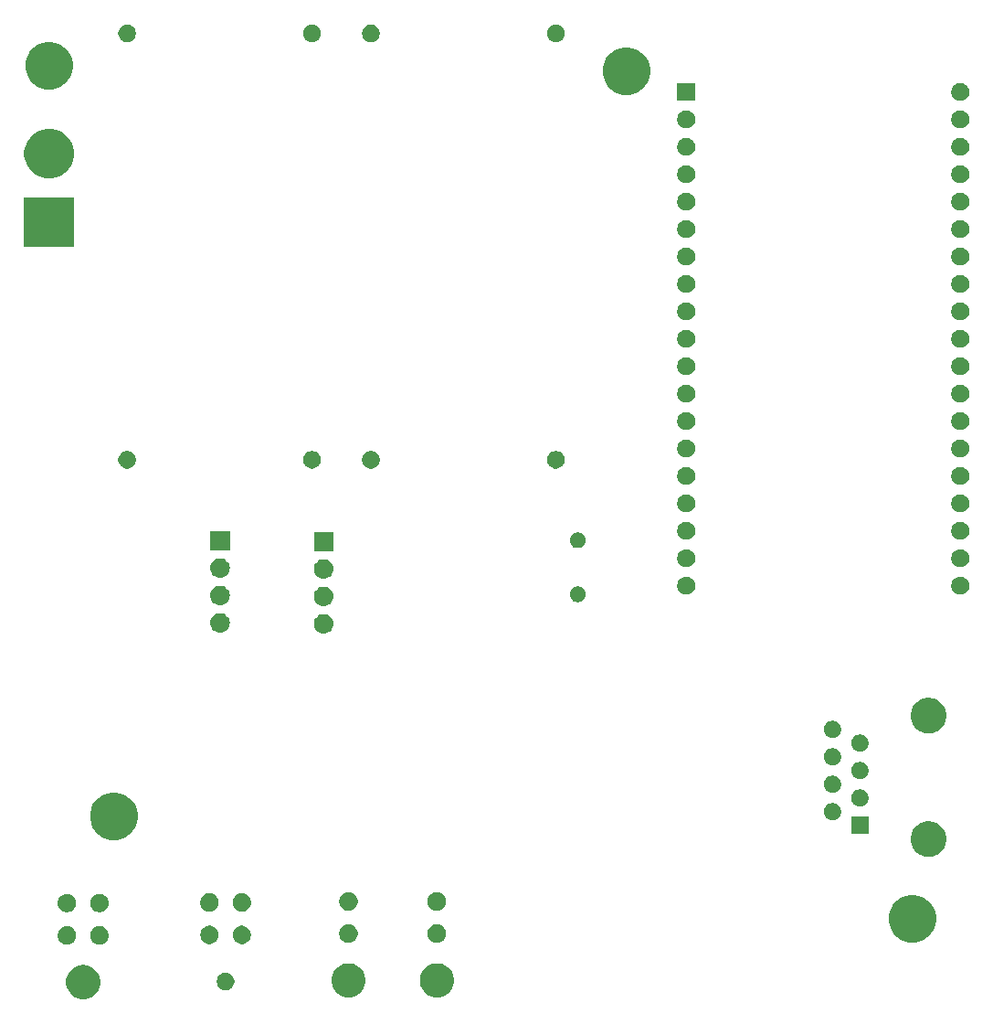
<source format=gbr>
G04 #@! TF.GenerationSoftware,KiCad,Pcbnew,(5.1.2)-2*
G04 #@! TF.CreationDate,2019-12-12T20:57:49+01:00*
G04 #@! TF.ProjectId,Control_board,436f6e74-726f-46c5-9f62-6f6172642e6b,rev?*
G04 #@! TF.SameCoordinates,Original*
G04 #@! TF.FileFunction,Soldermask,Bot*
G04 #@! TF.FilePolarity,Negative*
%FSLAX46Y46*%
G04 Gerber Fmt 4.6, Leading zero omitted, Abs format (unit mm)*
G04 Created by KiCad (PCBNEW (5.1.2)-2) date 2019-12-12 20:57:49*
%MOMM*%
%LPD*%
G04 APERTURE LIST*
%ADD10C,0.100000*%
G04 APERTURE END LIST*
D10*
G36*
X86894083Y-170799090D02*
G01*
X87122702Y-170844564D01*
X87409516Y-170963367D01*
X87667642Y-171135841D01*
X87887159Y-171355358D01*
X88059633Y-171613484D01*
X88178436Y-171900298D01*
X88239000Y-172204778D01*
X88239000Y-172515222D01*
X88178436Y-172819702D01*
X88059633Y-173106516D01*
X87887159Y-173364642D01*
X87667642Y-173584159D01*
X87409516Y-173756633D01*
X87122702Y-173875436D01*
X86894083Y-173920910D01*
X86818224Y-173936000D01*
X86507776Y-173936000D01*
X86431917Y-173920910D01*
X86203298Y-173875436D01*
X85916484Y-173756633D01*
X85658358Y-173584159D01*
X85438841Y-173364642D01*
X85266367Y-173106516D01*
X85147564Y-172819702D01*
X85087000Y-172515222D01*
X85087000Y-172204778D01*
X85147564Y-171900298D01*
X85266367Y-171613484D01*
X85438841Y-171355358D01*
X85658358Y-171135841D01*
X85916484Y-170963367D01*
X86203298Y-170844564D01*
X86431917Y-170799090D01*
X86507776Y-170784000D01*
X86818224Y-170784000D01*
X86894083Y-170799090D01*
X86894083Y-170799090D01*
G37*
G36*
X119681083Y-170639090D02*
G01*
X119909702Y-170684564D01*
X120196516Y-170803367D01*
X120454642Y-170975841D01*
X120674159Y-171195358D01*
X120846633Y-171453484D01*
X120965436Y-171740298D01*
X121026000Y-172044778D01*
X121026000Y-172355222D01*
X120965436Y-172659702D01*
X120846633Y-172946516D01*
X120674159Y-173204642D01*
X120454642Y-173424159D01*
X120196516Y-173596633D01*
X119909702Y-173715436D01*
X119681083Y-173760910D01*
X119605224Y-173776000D01*
X119294776Y-173776000D01*
X119218917Y-173760910D01*
X118990298Y-173715436D01*
X118703484Y-173596633D01*
X118445358Y-173424159D01*
X118225841Y-173204642D01*
X118053367Y-172946516D01*
X117934564Y-172659702D01*
X117874000Y-172355222D01*
X117874000Y-172044778D01*
X117934564Y-171740298D01*
X118053367Y-171453484D01*
X118225841Y-171195358D01*
X118445358Y-170975841D01*
X118703484Y-170803367D01*
X118990298Y-170684564D01*
X119218917Y-170639090D01*
X119294776Y-170624000D01*
X119605224Y-170624000D01*
X119681083Y-170639090D01*
X119681083Y-170639090D01*
G37*
G36*
X111481083Y-170639090D02*
G01*
X111709702Y-170684564D01*
X111996516Y-170803367D01*
X112254642Y-170975841D01*
X112474159Y-171195358D01*
X112646633Y-171453484D01*
X112765436Y-171740298D01*
X112826000Y-172044778D01*
X112826000Y-172355222D01*
X112765436Y-172659702D01*
X112646633Y-172946516D01*
X112474159Y-173204642D01*
X112254642Y-173424159D01*
X111996516Y-173596633D01*
X111709702Y-173715436D01*
X111481083Y-173760910D01*
X111405224Y-173776000D01*
X111094776Y-173776000D01*
X111018917Y-173760910D01*
X110790298Y-173715436D01*
X110503484Y-173596633D01*
X110245358Y-173424159D01*
X110025841Y-173204642D01*
X109853367Y-172946516D01*
X109734564Y-172659702D01*
X109674000Y-172355222D01*
X109674000Y-172044778D01*
X109734564Y-171740298D01*
X109853367Y-171453484D01*
X110025841Y-171195358D01*
X110245358Y-170975841D01*
X110503484Y-170803367D01*
X110790298Y-170684564D01*
X111018917Y-170639090D01*
X111094776Y-170624000D01*
X111405224Y-170624000D01*
X111481083Y-170639090D01*
X111481083Y-170639090D01*
G37*
G36*
X100100288Y-171527762D02*
G01*
X100248335Y-171589085D01*
X100248337Y-171589086D01*
X100381576Y-171678113D01*
X100494887Y-171791424D01*
X100583914Y-171924663D01*
X100583915Y-171924665D01*
X100645238Y-172072712D01*
X100676500Y-172229876D01*
X100676500Y-172390124D01*
X100645238Y-172547288D01*
X100583915Y-172695335D01*
X100583914Y-172695337D01*
X100494887Y-172828576D01*
X100381576Y-172941887D01*
X100248337Y-173030914D01*
X100248336Y-173030915D01*
X100248335Y-173030915D01*
X100100288Y-173092238D01*
X99943124Y-173123500D01*
X99782876Y-173123500D01*
X99625712Y-173092238D01*
X99477665Y-173030915D01*
X99477664Y-173030915D01*
X99477663Y-173030914D01*
X99344424Y-172941887D01*
X99231113Y-172828576D01*
X99142086Y-172695337D01*
X99142085Y-172695335D01*
X99080762Y-172547288D01*
X99049500Y-172390124D01*
X99049500Y-172229876D01*
X99080762Y-172072712D01*
X99142085Y-171924665D01*
X99142086Y-171924663D01*
X99231113Y-171791424D01*
X99344424Y-171678113D01*
X99477663Y-171589086D01*
X99477665Y-171589085D01*
X99625712Y-171527762D01*
X99782876Y-171496500D01*
X99943124Y-171496500D01*
X100100288Y-171527762D01*
X100100288Y-171527762D01*
G37*
G36*
X88356992Y-167208366D02*
G01*
X88411957Y-167219299D01*
X88567284Y-167283638D01*
X88707075Y-167377043D01*
X88825957Y-167495925D01*
X88919362Y-167635716D01*
X88983701Y-167791043D01*
X88994634Y-167846008D01*
X89016500Y-167955936D01*
X89016500Y-168124064D01*
X88999480Y-168209629D01*
X88983701Y-168288957D01*
X88919362Y-168444284D01*
X88825957Y-168584075D01*
X88707075Y-168702957D01*
X88567284Y-168796362D01*
X88411957Y-168860701D01*
X88356992Y-168871634D01*
X88247064Y-168893500D01*
X88078936Y-168893500D01*
X87969008Y-168871634D01*
X87914043Y-168860701D01*
X87758716Y-168796362D01*
X87618925Y-168702957D01*
X87500043Y-168584075D01*
X87406638Y-168444284D01*
X87342299Y-168288957D01*
X87326520Y-168209629D01*
X87309500Y-168124064D01*
X87309500Y-167955936D01*
X87331366Y-167846008D01*
X87342299Y-167791043D01*
X87406638Y-167635716D01*
X87500043Y-167495925D01*
X87618925Y-167377043D01*
X87758716Y-167283638D01*
X87914043Y-167219299D01*
X87969008Y-167208366D01*
X88078936Y-167186500D01*
X88247064Y-167186500D01*
X88356992Y-167208366D01*
X88356992Y-167208366D01*
G37*
G36*
X85356992Y-167208366D02*
G01*
X85411957Y-167219299D01*
X85567284Y-167283638D01*
X85707075Y-167377043D01*
X85825957Y-167495925D01*
X85919362Y-167635716D01*
X85983701Y-167791043D01*
X85994634Y-167846008D01*
X86016500Y-167955936D01*
X86016500Y-168124064D01*
X85999480Y-168209629D01*
X85983701Y-168288957D01*
X85919362Y-168444284D01*
X85825957Y-168584075D01*
X85707075Y-168702957D01*
X85567284Y-168796362D01*
X85411957Y-168860701D01*
X85356992Y-168871634D01*
X85247064Y-168893500D01*
X85078936Y-168893500D01*
X84969008Y-168871634D01*
X84914043Y-168860701D01*
X84758716Y-168796362D01*
X84618925Y-168702957D01*
X84500043Y-168584075D01*
X84406638Y-168444284D01*
X84342299Y-168288957D01*
X84326520Y-168209629D01*
X84309500Y-168124064D01*
X84309500Y-167955936D01*
X84331366Y-167846008D01*
X84342299Y-167791043D01*
X84406638Y-167635716D01*
X84500043Y-167495925D01*
X84618925Y-167377043D01*
X84758716Y-167283638D01*
X84914043Y-167219299D01*
X84969008Y-167208366D01*
X85078936Y-167186500D01*
X85247064Y-167186500D01*
X85356992Y-167208366D01*
X85356992Y-167208366D01*
G37*
G36*
X98556992Y-167158366D02*
G01*
X98611957Y-167169299D01*
X98767284Y-167233638D01*
X98907075Y-167327043D01*
X99025957Y-167445925D01*
X99119362Y-167585716D01*
X99183701Y-167741043D01*
X99216500Y-167905938D01*
X99216500Y-168074062D01*
X99183701Y-168238957D01*
X99119362Y-168394284D01*
X99025957Y-168534075D01*
X98907075Y-168652957D01*
X98767284Y-168746362D01*
X98611957Y-168810701D01*
X98556992Y-168821634D01*
X98447064Y-168843500D01*
X98278936Y-168843500D01*
X98169008Y-168821634D01*
X98114043Y-168810701D01*
X97958716Y-168746362D01*
X97818925Y-168652957D01*
X97700043Y-168534075D01*
X97606638Y-168394284D01*
X97542299Y-168238957D01*
X97509500Y-168074062D01*
X97509500Y-167905938D01*
X97542299Y-167741043D01*
X97606638Y-167585716D01*
X97700043Y-167445925D01*
X97818925Y-167327043D01*
X97958716Y-167233638D01*
X98114043Y-167169299D01*
X98169008Y-167158366D01*
X98278936Y-167136500D01*
X98447064Y-167136500D01*
X98556992Y-167158366D01*
X98556992Y-167158366D01*
G37*
G36*
X101556992Y-167158366D02*
G01*
X101611957Y-167169299D01*
X101767284Y-167233638D01*
X101907075Y-167327043D01*
X102025957Y-167445925D01*
X102119362Y-167585716D01*
X102183701Y-167741043D01*
X102216500Y-167905938D01*
X102216500Y-168074062D01*
X102183701Y-168238957D01*
X102119362Y-168394284D01*
X102025957Y-168534075D01*
X101907075Y-168652957D01*
X101767284Y-168746362D01*
X101611957Y-168810701D01*
X101556992Y-168821634D01*
X101447064Y-168843500D01*
X101278936Y-168843500D01*
X101169008Y-168821634D01*
X101114043Y-168810701D01*
X100958716Y-168746362D01*
X100818925Y-168652957D01*
X100700043Y-168534075D01*
X100606638Y-168394284D01*
X100542299Y-168238957D01*
X100509500Y-168074062D01*
X100509500Y-167905938D01*
X100542299Y-167741043D01*
X100606638Y-167585716D01*
X100700043Y-167445925D01*
X100818925Y-167327043D01*
X100958716Y-167233638D01*
X101114043Y-167169299D01*
X101169008Y-167158366D01*
X101278936Y-167136500D01*
X101447064Y-167136500D01*
X101556992Y-167158366D01*
X101556992Y-167158366D01*
G37*
G36*
X119701143Y-167052087D02*
G01*
X119857838Y-167116992D01*
X119998853Y-167211215D01*
X120118785Y-167331147D01*
X120213008Y-167472162D01*
X120277913Y-167628857D01*
X120311000Y-167795198D01*
X120311000Y-167964802D01*
X120277913Y-168131143D01*
X120213008Y-168287838D01*
X120118785Y-168428853D01*
X119998853Y-168548785D01*
X119857838Y-168643008D01*
X119701143Y-168707913D01*
X119534802Y-168741000D01*
X119365198Y-168741000D01*
X119198857Y-168707913D01*
X119042162Y-168643008D01*
X118901147Y-168548785D01*
X118781215Y-168428853D01*
X118686992Y-168287838D01*
X118622087Y-168131143D01*
X118589000Y-167964802D01*
X118589000Y-167795198D01*
X118622087Y-167628857D01*
X118686992Y-167472162D01*
X118781215Y-167331147D01*
X118901147Y-167211215D01*
X119042162Y-167116992D01*
X119198857Y-167052087D01*
X119365198Y-167019000D01*
X119534802Y-167019000D01*
X119701143Y-167052087D01*
X119701143Y-167052087D01*
G37*
G36*
X111501143Y-167052087D02*
G01*
X111657838Y-167116992D01*
X111798853Y-167211215D01*
X111918785Y-167331147D01*
X112013008Y-167472162D01*
X112077913Y-167628857D01*
X112111000Y-167795198D01*
X112111000Y-167964802D01*
X112077913Y-168131143D01*
X112013008Y-168287838D01*
X111918785Y-168428853D01*
X111798853Y-168548785D01*
X111657838Y-168643008D01*
X111501143Y-168707913D01*
X111334802Y-168741000D01*
X111165198Y-168741000D01*
X110998857Y-168707913D01*
X110842162Y-168643008D01*
X110701147Y-168548785D01*
X110581215Y-168428853D01*
X110486992Y-168287838D01*
X110422087Y-168131143D01*
X110389000Y-167964802D01*
X110389000Y-167795198D01*
X110422087Y-167628857D01*
X110486992Y-167472162D01*
X110581215Y-167331147D01*
X110701147Y-167211215D01*
X110842162Y-167116992D01*
X110998857Y-167052087D01*
X111165198Y-167019000D01*
X111334802Y-167019000D01*
X111501143Y-167052087D01*
X111501143Y-167052087D01*
G37*
G36*
X164142007Y-164383582D02*
G01*
X164542563Y-164549498D01*
X164542565Y-164549499D01*
X164903056Y-164790371D01*
X165209629Y-165096944D01*
X165450501Y-165457435D01*
X165450502Y-165457437D01*
X165616418Y-165857993D01*
X165701000Y-166283219D01*
X165701000Y-166716781D01*
X165616418Y-167142007D01*
X165450502Y-167542563D01*
X165450501Y-167542565D01*
X165209629Y-167903056D01*
X164903056Y-168209629D01*
X164542565Y-168450501D01*
X164542564Y-168450502D01*
X164542563Y-168450502D01*
X164142007Y-168616418D01*
X163716781Y-168701000D01*
X163283219Y-168701000D01*
X162857993Y-168616418D01*
X162457437Y-168450502D01*
X162457436Y-168450502D01*
X162457435Y-168450501D01*
X162096944Y-168209629D01*
X161790371Y-167903056D01*
X161549499Y-167542565D01*
X161549498Y-167542563D01*
X161383582Y-167142007D01*
X161299000Y-166716781D01*
X161299000Y-166283219D01*
X161383582Y-165857993D01*
X161549498Y-165457437D01*
X161549499Y-165457435D01*
X161790371Y-165096944D01*
X162096944Y-164790371D01*
X162457435Y-164549499D01*
X162457437Y-164549498D01*
X162857993Y-164383582D01*
X163283219Y-164299000D01*
X163716781Y-164299000D01*
X164142007Y-164383582D01*
X164142007Y-164383582D01*
G37*
G36*
X88356992Y-164208366D02*
G01*
X88411957Y-164219299D01*
X88567284Y-164283638D01*
X88707075Y-164377043D01*
X88825957Y-164495925D01*
X88919362Y-164635716D01*
X88983701Y-164791043D01*
X88994634Y-164846008D01*
X89016500Y-164955936D01*
X89016500Y-165124064D01*
X88994634Y-165233992D01*
X88983701Y-165288957D01*
X88919362Y-165444284D01*
X88825957Y-165584075D01*
X88707075Y-165702957D01*
X88567284Y-165796362D01*
X88411957Y-165860701D01*
X88356992Y-165871634D01*
X88247064Y-165893500D01*
X88078936Y-165893500D01*
X87969008Y-165871634D01*
X87914043Y-165860701D01*
X87758716Y-165796362D01*
X87618925Y-165702957D01*
X87500043Y-165584075D01*
X87406638Y-165444284D01*
X87342299Y-165288957D01*
X87331366Y-165233992D01*
X87309500Y-165124064D01*
X87309500Y-164955936D01*
X87331366Y-164846008D01*
X87342299Y-164791043D01*
X87406638Y-164635716D01*
X87500043Y-164495925D01*
X87618925Y-164377043D01*
X87758716Y-164283638D01*
X87914043Y-164219299D01*
X87969008Y-164208366D01*
X88078936Y-164186500D01*
X88247064Y-164186500D01*
X88356992Y-164208366D01*
X88356992Y-164208366D01*
G37*
G36*
X85356992Y-164208366D02*
G01*
X85411957Y-164219299D01*
X85567284Y-164283638D01*
X85707075Y-164377043D01*
X85825957Y-164495925D01*
X85919362Y-164635716D01*
X85983701Y-164791043D01*
X85994634Y-164846008D01*
X86016500Y-164955936D01*
X86016500Y-165124064D01*
X85994634Y-165233992D01*
X85983701Y-165288957D01*
X85919362Y-165444284D01*
X85825957Y-165584075D01*
X85707075Y-165702957D01*
X85567284Y-165796362D01*
X85411957Y-165860701D01*
X85356992Y-165871634D01*
X85247064Y-165893500D01*
X85078936Y-165893500D01*
X84969008Y-165871634D01*
X84914043Y-165860701D01*
X84758716Y-165796362D01*
X84618925Y-165702957D01*
X84500043Y-165584075D01*
X84406638Y-165444284D01*
X84342299Y-165288957D01*
X84331366Y-165233992D01*
X84309500Y-165124064D01*
X84309500Y-164955936D01*
X84331366Y-164846008D01*
X84342299Y-164791043D01*
X84406638Y-164635716D01*
X84500043Y-164495925D01*
X84618925Y-164377043D01*
X84758716Y-164283638D01*
X84914043Y-164219299D01*
X84969008Y-164208366D01*
X85078936Y-164186500D01*
X85247064Y-164186500D01*
X85356992Y-164208366D01*
X85356992Y-164208366D01*
G37*
G36*
X98556992Y-164158366D02*
G01*
X98611957Y-164169299D01*
X98767284Y-164233638D01*
X98907075Y-164327043D01*
X99025957Y-164445925D01*
X99119362Y-164585716D01*
X99119363Y-164585718D01*
X99183701Y-164741044D01*
X99216500Y-164905936D01*
X99216500Y-165074064D01*
X99206555Y-165124062D01*
X99183701Y-165238957D01*
X99119362Y-165394284D01*
X99025957Y-165534075D01*
X98907075Y-165652957D01*
X98767284Y-165746362D01*
X98611957Y-165810701D01*
X98556992Y-165821634D01*
X98447064Y-165843500D01*
X98278936Y-165843500D01*
X98169008Y-165821634D01*
X98114043Y-165810701D01*
X97958716Y-165746362D01*
X97818925Y-165652957D01*
X97700043Y-165534075D01*
X97606638Y-165394284D01*
X97542299Y-165238957D01*
X97519445Y-165124062D01*
X97509500Y-165074064D01*
X97509500Y-164905936D01*
X97542299Y-164741044D01*
X97606637Y-164585718D01*
X97606638Y-164585716D01*
X97700043Y-164445925D01*
X97818925Y-164327043D01*
X97958716Y-164233638D01*
X98114043Y-164169299D01*
X98169008Y-164158366D01*
X98278936Y-164136500D01*
X98447064Y-164136500D01*
X98556992Y-164158366D01*
X98556992Y-164158366D01*
G37*
G36*
X101556992Y-164158366D02*
G01*
X101611957Y-164169299D01*
X101767284Y-164233638D01*
X101907075Y-164327043D01*
X102025957Y-164445925D01*
X102119362Y-164585716D01*
X102119363Y-164585718D01*
X102183701Y-164741044D01*
X102216500Y-164905936D01*
X102216500Y-165074064D01*
X102206555Y-165124062D01*
X102183701Y-165238957D01*
X102119362Y-165394284D01*
X102025957Y-165534075D01*
X101907075Y-165652957D01*
X101767284Y-165746362D01*
X101611957Y-165810701D01*
X101556992Y-165821634D01*
X101447064Y-165843500D01*
X101278936Y-165843500D01*
X101169008Y-165821634D01*
X101114043Y-165810701D01*
X100958716Y-165746362D01*
X100818925Y-165652957D01*
X100700043Y-165534075D01*
X100606638Y-165394284D01*
X100542299Y-165238957D01*
X100519445Y-165124062D01*
X100509500Y-165074064D01*
X100509500Y-164905936D01*
X100542299Y-164741044D01*
X100606637Y-164585718D01*
X100606638Y-164585716D01*
X100700043Y-164445925D01*
X100818925Y-164327043D01*
X100958716Y-164233638D01*
X101114043Y-164169299D01*
X101169008Y-164158366D01*
X101278936Y-164136500D01*
X101447064Y-164136500D01*
X101556992Y-164158366D01*
X101556992Y-164158366D01*
G37*
G36*
X119701143Y-164052087D02*
G01*
X119857838Y-164116992D01*
X119998853Y-164211215D01*
X120118785Y-164331147D01*
X120213008Y-164472162D01*
X120277913Y-164628857D01*
X120311000Y-164795198D01*
X120311000Y-164964802D01*
X120277913Y-165131143D01*
X120213008Y-165287838D01*
X120118785Y-165428853D01*
X119998853Y-165548785D01*
X119857838Y-165643008D01*
X119701143Y-165707913D01*
X119534802Y-165741000D01*
X119365198Y-165741000D01*
X119198857Y-165707913D01*
X119042162Y-165643008D01*
X118901147Y-165548785D01*
X118781215Y-165428853D01*
X118686992Y-165287838D01*
X118622087Y-165131143D01*
X118589000Y-164964802D01*
X118589000Y-164795198D01*
X118622087Y-164628857D01*
X118686992Y-164472162D01*
X118781215Y-164331147D01*
X118901147Y-164211215D01*
X119042162Y-164116992D01*
X119198857Y-164052087D01*
X119365198Y-164019000D01*
X119534802Y-164019000D01*
X119701143Y-164052087D01*
X119701143Y-164052087D01*
G37*
G36*
X111501143Y-164052087D02*
G01*
X111657838Y-164116992D01*
X111798853Y-164211215D01*
X111918785Y-164331147D01*
X112013008Y-164472162D01*
X112077913Y-164628857D01*
X112111000Y-164795198D01*
X112111000Y-164964802D01*
X112077913Y-165131143D01*
X112013008Y-165287838D01*
X111918785Y-165428853D01*
X111798853Y-165548785D01*
X111657838Y-165643008D01*
X111501143Y-165707913D01*
X111334802Y-165741000D01*
X111165198Y-165741000D01*
X110998857Y-165707913D01*
X110842162Y-165643008D01*
X110701147Y-165548785D01*
X110581215Y-165428853D01*
X110486992Y-165287838D01*
X110422087Y-165131143D01*
X110389000Y-164964802D01*
X110389000Y-164795198D01*
X110422087Y-164628857D01*
X110486992Y-164472162D01*
X110581215Y-164331147D01*
X110701147Y-164211215D01*
X110842162Y-164116992D01*
X110998857Y-164052087D01*
X111165198Y-164019000D01*
X111334802Y-164019000D01*
X111501143Y-164052087D01*
X111501143Y-164052087D01*
G37*
G36*
X165375256Y-157511298D02*
G01*
X165481579Y-157532447D01*
X165694037Y-157620450D01*
X165746083Y-157642008D01*
X165782042Y-157656903D01*
X166052451Y-157837585D01*
X166282415Y-158067549D01*
X166282416Y-158067551D01*
X166463098Y-158337960D01*
X166587553Y-158638422D01*
X166649630Y-158950501D01*
X166651000Y-158957391D01*
X166651000Y-159282609D01*
X166587553Y-159601579D01*
X166463097Y-159902042D01*
X166282415Y-160172451D01*
X166052451Y-160402415D01*
X165782042Y-160583097D01*
X165481579Y-160707553D01*
X165375256Y-160728702D01*
X165162611Y-160771000D01*
X164837389Y-160771000D01*
X164624744Y-160728702D01*
X164518421Y-160707553D01*
X164217958Y-160583097D01*
X163947549Y-160402415D01*
X163717585Y-160172451D01*
X163536903Y-159902042D01*
X163412447Y-159601579D01*
X163349000Y-159282609D01*
X163349000Y-158957391D01*
X163350371Y-158950501D01*
X163412447Y-158638422D01*
X163536902Y-158337960D01*
X163717584Y-158067551D01*
X163717585Y-158067549D01*
X163947549Y-157837585D01*
X164217958Y-157656903D01*
X164253918Y-157642008D01*
X164305963Y-157620450D01*
X164518421Y-157532447D01*
X164624744Y-157511298D01*
X164837389Y-157469000D01*
X165162611Y-157469000D01*
X165375256Y-157511298D01*
X165375256Y-157511298D01*
G37*
G36*
X90142007Y-154883582D02*
G01*
X90542563Y-155049498D01*
X90542565Y-155049499D01*
X90903056Y-155290371D01*
X91209629Y-155596944D01*
X91450501Y-155957435D01*
X91450502Y-155957437D01*
X91616418Y-156357993D01*
X91701000Y-156783219D01*
X91701000Y-157216781D01*
X91616418Y-157642007D01*
X91450502Y-158042563D01*
X91450501Y-158042565D01*
X91209629Y-158403056D01*
X90903056Y-158709629D01*
X90542565Y-158950501D01*
X90542564Y-158950502D01*
X90542563Y-158950502D01*
X90142007Y-159116418D01*
X89716781Y-159201000D01*
X89283219Y-159201000D01*
X88857993Y-159116418D01*
X88457437Y-158950502D01*
X88457436Y-158950502D01*
X88457435Y-158950501D01*
X88096944Y-158709629D01*
X87790371Y-158403056D01*
X87549499Y-158042565D01*
X87549498Y-158042563D01*
X87383582Y-157642007D01*
X87299000Y-157216781D01*
X87299000Y-156783219D01*
X87383582Y-156357993D01*
X87549498Y-155957437D01*
X87549499Y-155957435D01*
X87790371Y-155596944D01*
X88096944Y-155290371D01*
X88457435Y-155049499D01*
X88457437Y-155049498D01*
X88857993Y-154883582D01*
X89283219Y-154799000D01*
X89716781Y-154799000D01*
X90142007Y-154883582D01*
X90142007Y-154883582D01*
G37*
G36*
X159451000Y-158651000D02*
G01*
X157849000Y-158651000D01*
X157849000Y-157049000D01*
X159451000Y-157049000D01*
X159451000Y-158651000D01*
X159451000Y-158651000D01*
G37*
G36*
X156343642Y-155809781D02*
G01*
X156489414Y-155870162D01*
X156489416Y-155870163D01*
X156620608Y-155957822D01*
X156732178Y-156069392D01*
X156739412Y-156080219D01*
X156819838Y-156200586D01*
X156880219Y-156346358D01*
X156911000Y-156501107D01*
X156911000Y-156658893D01*
X156880219Y-156813642D01*
X156819838Y-156959414D01*
X156819837Y-156959416D01*
X156732178Y-157090608D01*
X156620608Y-157202178D01*
X156489416Y-157289837D01*
X156489415Y-157289838D01*
X156489414Y-157289838D01*
X156343642Y-157350219D01*
X156188893Y-157381000D01*
X156031107Y-157381000D01*
X155876358Y-157350219D01*
X155730586Y-157289838D01*
X155730585Y-157289838D01*
X155730584Y-157289837D01*
X155599392Y-157202178D01*
X155487822Y-157090608D01*
X155400163Y-156959416D01*
X155400162Y-156959414D01*
X155339781Y-156813642D01*
X155309000Y-156658893D01*
X155309000Y-156501107D01*
X155339781Y-156346358D01*
X155400162Y-156200586D01*
X155480588Y-156080219D01*
X155487822Y-156069392D01*
X155599392Y-155957822D01*
X155730584Y-155870163D01*
X155730586Y-155870162D01*
X155876358Y-155809781D01*
X156031107Y-155779000D01*
X156188893Y-155779000D01*
X156343642Y-155809781D01*
X156343642Y-155809781D01*
G37*
G36*
X158883642Y-154539781D02*
G01*
X159029414Y-154600162D01*
X159029416Y-154600163D01*
X159160608Y-154687822D01*
X159272178Y-154799392D01*
X159328432Y-154883583D01*
X159359838Y-154930586D01*
X159420219Y-155076358D01*
X159451000Y-155231107D01*
X159451000Y-155388893D01*
X159420219Y-155543642D01*
X159398140Y-155596944D01*
X159359837Y-155689416D01*
X159272178Y-155820608D01*
X159160608Y-155932178D01*
X159029416Y-156019837D01*
X159029415Y-156019838D01*
X159029414Y-156019838D01*
X158883642Y-156080219D01*
X158728893Y-156111000D01*
X158571107Y-156111000D01*
X158416358Y-156080219D01*
X158270586Y-156019838D01*
X158270585Y-156019838D01*
X158270584Y-156019837D01*
X158139392Y-155932178D01*
X158027822Y-155820608D01*
X157940163Y-155689416D01*
X157901860Y-155596944D01*
X157879781Y-155543642D01*
X157849000Y-155388893D01*
X157849000Y-155231107D01*
X157879781Y-155076358D01*
X157940162Y-154930586D01*
X157971568Y-154883583D01*
X158027822Y-154799392D01*
X158139392Y-154687822D01*
X158270584Y-154600163D01*
X158270586Y-154600162D01*
X158416358Y-154539781D01*
X158571107Y-154509000D01*
X158728893Y-154509000D01*
X158883642Y-154539781D01*
X158883642Y-154539781D01*
G37*
G36*
X156343642Y-153269781D02*
G01*
X156489414Y-153330162D01*
X156489416Y-153330163D01*
X156620608Y-153417822D01*
X156732178Y-153529392D01*
X156739412Y-153540219D01*
X156819838Y-153660586D01*
X156880219Y-153806358D01*
X156911000Y-153961107D01*
X156911000Y-154118893D01*
X156880219Y-154273642D01*
X156819838Y-154419414D01*
X156819837Y-154419416D01*
X156732178Y-154550608D01*
X156620608Y-154662178D01*
X156489416Y-154749837D01*
X156489415Y-154749838D01*
X156489414Y-154749838D01*
X156343642Y-154810219D01*
X156188893Y-154841000D01*
X156031107Y-154841000D01*
X155876358Y-154810219D01*
X155730586Y-154749838D01*
X155730585Y-154749838D01*
X155730584Y-154749837D01*
X155599392Y-154662178D01*
X155487822Y-154550608D01*
X155400163Y-154419416D01*
X155400162Y-154419414D01*
X155339781Y-154273642D01*
X155309000Y-154118893D01*
X155309000Y-153961107D01*
X155339781Y-153806358D01*
X155400162Y-153660586D01*
X155480588Y-153540219D01*
X155487822Y-153529392D01*
X155599392Y-153417822D01*
X155730584Y-153330163D01*
X155730586Y-153330162D01*
X155876358Y-153269781D01*
X156031107Y-153239000D01*
X156188893Y-153239000D01*
X156343642Y-153269781D01*
X156343642Y-153269781D01*
G37*
G36*
X158883642Y-151999781D02*
G01*
X159029414Y-152060162D01*
X159029416Y-152060163D01*
X159160608Y-152147822D01*
X159272178Y-152259392D01*
X159279412Y-152270219D01*
X159359838Y-152390586D01*
X159420219Y-152536358D01*
X159451000Y-152691107D01*
X159451000Y-152848893D01*
X159420219Y-153003642D01*
X159359838Y-153149414D01*
X159359837Y-153149416D01*
X159272178Y-153280608D01*
X159160608Y-153392178D01*
X159029416Y-153479837D01*
X159029415Y-153479838D01*
X159029414Y-153479838D01*
X158883642Y-153540219D01*
X158728893Y-153571000D01*
X158571107Y-153571000D01*
X158416358Y-153540219D01*
X158270586Y-153479838D01*
X158270585Y-153479838D01*
X158270584Y-153479837D01*
X158139392Y-153392178D01*
X158027822Y-153280608D01*
X157940163Y-153149416D01*
X157940162Y-153149414D01*
X157879781Y-153003642D01*
X157849000Y-152848893D01*
X157849000Y-152691107D01*
X157879781Y-152536358D01*
X157940162Y-152390586D01*
X158020588Y-152270219D01*
X158027822Y-152259392D01*
X158139392Y-152147822D01*
X158270584Y-152060163D01*
X158270586Y-152060162D01*
X158416358Y-151999781D01*
X158571107Y-151969000D01*
X158728893Y-151969000D01*
X158883642Y-151999781D01*
X158883642Y-151999781D01*
G37*
G36*
X156343642Y-150729781D02*
G01*
X156489414Y-150790162D01*
X156489416Y-150790163D01*
X156620608Y-150877822D01*
X156732178Y-150989392D01*
X156739412Y-151000219D01*
X156819838Y-151120586D01*
X156880219Y-151266358D01*
X156911000Y-151421107D01*
X156911000Y-151578893D01*
X156880219Y-151733642D01*
X156819838Y-151879414D01*
X156819837Y-151879416D01*
X156732178Y-152010608D01*
X156620608Y-152122178D01*
X156489416Y-152209837D01*
X156489415Y-152209838D01*
X156489414Y-152209838D01*
X156343642Y-152270219D01*
X156188893Y-152301000D01*
X156031107Y-152301000D01*
X155876358Y-152270219D01*
X155730586Y-152209838D01*
X155730585Y-152209838D01*
X155730584Y-152209837D01*
X155599392Y-152122178D01*
X155487822Y-152010608D01*
X155400163Y-151879416D01*
X155400162Y-151879414D01*
X155339781Y-151733642D01*
X155309000Y-151578893D01*
X155309000Y-151421107D01*
X155339781Y-151266358D01*
X155400162Y-151120586D01*
X155480588Y-151000219D01*
X155487822Y-150989392D01*
X155599392Y-150877822D01*
X155730584Y-150790163D01*
X155730586Y-150790162D01*
X155876358Y-150729781D01*
X156031107Y-150699000D01*
X156188893Y-150699000D01*
X156343642Y-150729781D01*
X156343642Y-150729781D01*
G37*
G36*
X158883642Y-149459781D02*
G01*
X159029414Y-149520162D01*
X159029416Y-149520163D01*
X159160608Y-149607822D01*
X159272178Y-149719392D01*
X159279412Y-149730219D01*
X159359838Y-149850586D01*
X159420219Y-149996358D01*
X159451000Y-150151107D01*
X159451000Y-150308893D01*
X159420219Y-150463642D01*
X159359838Y-150609414D01*
X159359837Y-150609416D01*
X159272178Y-150740608D01*
X159160608Y-150852178D01*
X159029416Y-150939837D01*
X159029415Y-150939838D01*
X159029414Y-150939838D01*
X158883642Y-151000219D01*
X158728893Y-151031000D01*
X158571107Y-151031000D01*
X158416358Y-151000219D01*
X158270586Y-150939838D01*
X158270585Y-150939838D01*
X158270584Y-150939837D01*
X158139392Y-150852178D01*
X158027822Y-150740608D01*
X157940163Y-150609416D01*
X157940162Y-150609414D01*
X157879781Y-150463642D01*
X157849000Y-150308893D01*
X157849000Y-150151107D01*
X157879781Y-149996358D01*
X157940162Y-149850586D01*
X158020588Y-149730219D01*
X158027822Y-149719392D01*
X158139392Y-149607822D01*
X158270584Y-149520163D01*
X158270586Y-149520162D01*
X158416358Y-149459781D01*
X158571107Y-149429000D01*
X158728893Y-149429000D01*
X158883642Y-149459781D01*
X158883642Y-149459781D01*
G37*
G36*
X156343642Y-148189781D02*
G01*
X156489414Y-148250162D01*
X156489416Y-148250163D01*
X156620608Y-148337822D01*
X156732178Y-148449392D01*
X156747312Y-148472042D01*
X156819838Y-148580586D01*
X156880219Y-148726358D01*
X156911000Y-148881107D01*
X156911000Y-149038893D01*
X156880219Y-149193642D01*
X156819838Y-149339414D01*
X156819837Y-149339416D01*
X156732178Y-149470608D01*
X156620608Y-149582178D01*
X156489416Y-149669837D01*
X156489415Y-149669838D01*
X156489414Y-149669838D01*
X156343642Y-149730219D01*
X156188893Y-149761000D01*
X156031107Y-149761000D01*
X155876358Y-149730219D01*
X155730586Y-149669838D01*
X155730585Y-149669838D01*
X155730584Y-149669837D01*
X155599392Y-149582178D01*
X155487822Y-149470608D01*
X155400163Y-149339416D01*
X155400162Y-149339414D01*
X155339781Y-149193642D01*
X155309000Y-149038893D01*
X155309000Y-148881107D01*
X155339781Y-148726358D01*
X155400162Y-148580586D01*
X155472688Y-148472042D01*
X155487822Y-148449392D01*
X155599392Y-148337822D01*
X155730584Y-148250163D01*
X155730586Y-148250162D01*
X155876358Y-148189781D01*
X156031107Y-148159000D01*
X156188893Y-148159000D01*
X156343642Y-148189781D01*
X156343642Y-148189781D01*
G37*
G36*
X165375256Y-146081298D02*
G01*
X165481579Y-146102447D01*
X165782042Y-146226903D01*
X166052451Y-146407585D01*
X166282415Y-146637549D01*
X166463097Y-146907958D01*
X166587553Y-147208421D01*
X166651000Y-147527391D01*
X166651000Y-147852609D01*
X166587553Y-148171579D01*
X166463097Y-148472042D01*
X166282415Y-148742451D01*
X166052451Y-148972415D01*
X165782042Y-149153097D01*
X165481579Y-149277553D01*
X165375256Y-149298702D01*
X165162611Y-149341000D01*
X164837389Y-149341000D01*
X164624744Y-149298702D01*
X164518421Y-149277553D01*
X164217958Y-149153097D01*
X163947549Y-148972415D01*
X163717585Y-148742451D01*
X163536903Y-148472042D01*
X163412447Y-148171579D01*
X163349000Y-147852609D01*
X163349000Y-147527391D01*
X163412447Y-147208421D01*
X163536903Y-146907958D01*
X163717585Y-146637549D01*
X163947549Y-146407585D01*
X164217958Y-146226903D01*
X164518421Y-146102447D01*
X164624744Y-146081298D01*
X164837389Y-146039000D01*
X165162611Y-146039000D01*
X165375256Y-146081298D01*
X165375256Y-146081298D01*
G37*
G36*
X109060442Y-138285518D02*
G01*
X109126627Y-138292037D01*
X109296466Y-138343557D01*
X109452991Y-138427222D01*
X109488729Y-138456552D01*
X109590186Y-138539814D01*
X109673448Y-138641271D01*
X109702778Y-138677009D01*
X109786443Y-138833534D01*
X109837963Y-139003373D01*
X109855359Y-139180000D01*
X109837963Y-139356627D01*
X109786443Y-139526466D01*
X109702778Y-139682991D01*
X109673448Y-139718729D01*
X109590186Y-139820186D01*
X109488729Y-139903448D01*
X109452991Y-139932778D01*
X109296466Y-140016443D01*
X109126627Y-140067963D01*
X109060443Y-140074481D01*
X108994260Y-140081000D01*
X108905740Y-140081000D01*
X108839557Y-140074481D01*
X108773373Y-140067963D01*
X108603534Y-140016443D01*
X108447009Y-139932778D01*
X108411271Y-139903448D01*
X108309814Y-139820186D01*
X108226552Y-139718729D01*
X108197222Y-139682991D01*
X108113557Y-139526466D01*
X108062037Y-139356627D01*
X108044641Y-139180000D01*
X108062037Y-139003373D01*
X108113557Y-138833534D01*
X108197222Y-138677009D01*
X108226552Y-138641271D01*
X108309814Y-138539814D01*
X108411271Y-138456552D01*
X108447009Y-138427222D01*
X108603534Y-138343557D01*
X108773373Y-138292037D01*
X108839558Y-138285518D01*
X108905740Y-138279000D01*
X108994260Y-138279000D01*
X109060442Y-138285518D01*
X109060442Y-138285518D01*
G37*
G36*
X99460442Y-138205518D02*
G01*
X99526627Y-138212037D01*
X99696466Y-138263557D01*
X99852991Y-138347222D01*
X99888729Y-138376552D01*
X99990186Y-138459814D01*
X100055839Y-138539814D01*
X100102778Y-138597009D01*
X100186443Y-138753534D01*
X100237963Y-138923373D01*
X100255359Y-139100000D01*
X100237963Y-139276627D01*
X100186443Y-139446466D01*
X100102778Y-139602991D01*
X100073448Y-139638729D01*
X99990186Y-139740186D01*
X99892705Y-139820185D01*
X99852991Y-139852778D01*
X99696466Y-139936443D01*
X99526627Y-139987963D01*
X99460442Y-139994482D01*
X99394260Y-140001000D01*
X99305740Y-140001000D01*
X99239558Y-139994482D01*
X99173373Y-139987963D01*
X99003534Y-139936443D01*
X98847009Y-139852778D01*
X98807295Y-139820185D01*
X98709814Y-139740186D01*
X98626552Y-139638729D01*
X98597222Y-139602991D01*
X98513557Y-139446466D01*
X98462037Y-139276627D01*
X98444641Y-139100000D01*
X98462037Y-138923373D01*
X98513557Y-138753534D01*
X98597222Y-138597009D01*
X98644161Y-138539814D01*
X98709814Y-138459814D01*
X98811271Y-138376552D01*
X98847009Y-138347222D01*
X99003534Y-138263557D01*
X99173373Y-138212037D01*
X99239558Y-138205518D01*
X99305740Y-138199000D01*
X99394260Y-138199000D01*
X99460442Y-138205518D01*
X99460442Y-138205518D01*
G37*
G36*
X109060442Y-135745518D02*
G01*
X109126627Y-135752037D01*
X109296466Y-135803557D01*
X109452991Y-135887222D01*
X109471478Y-135902394D01*
X109590186Y-135999814D01*
X109673448Y-136101271D01*
X109702778Y-136137009D01*
X109786443Y-136293534D01*
X109837963Y-136463373D01*
X109855359Y-136640000D01*
X109837963Y-136816627D01*
X109786443Y-136986466D01*
X109702778Y-137142991D01*
X109698585Y-137148100D01*
X109590186Y-137280186D01*
X109488729Y-137363448D01*
X109452991Y-137392778D01*
X109296466Y-137476443D01*
X109126627Y-137527963D01*
X109060443Y-137534481D01*
X108994260Y-137541000D01*
X108905740Y-137541000D01*
X108839557Y-137534481D01*
X108773373Y-137527963D01*
X108603534Y-137476443D01*
X108447009Y-137392778D01*
X108411271Y-137363448D01*
X108309814Y-137280186D01*
X108201415Y-137148100D01*
X108197222Y-137142991D01*
X108113557Y-136986466D01*
X108062037Y-136816627D01*
X108044641Y-136640000D01*
X108062037Y-136463373D01*
X108113557Y-136293534D01*
X108197222Y-136137009D01*
X108226552Y-136101271D01*
X108309814Y-135999814D01*
X108428522Y-135902394D01*
X108447009Y-135887222D01*
X108603534Y-135803557D01*
X108773373Y-135752037D01*
X108839558Y-135745518D01*
X108905740Y-135739000D01*
X108994260Y-135739000D01*
X109060442Y-135745518D01*
X109060442Y-135745518D01*
G37*
G36*
X99460443Y-135665519D02*
G01*
X99526627Y-135672037D01*
X99696466Y-135723557D01*
X99852991Y-135807222D01*
X99888729Y-135836552D01*
X99990186Y-135919814D01*
X100055839Y-135999814D01*
X100102778Y-136057009D01*
X100102779Y-136057011D01*
X100173721Y-136189732D01*
X100186443Y-136213534D01*
X100237963Y-136383373D01*
X100255359Y-136560000D01*
X100237963Y-136736627D01*
X100213695Y-136816627D01*
X100186442Y-136906468D01*
X100144610Y-136984729D01*
X100102778Y-137062991D01*
X100077844Y-137093373D01*
X99990186Y-137200186D01*
X99892705Y-137280185D01*
X99852991Y-137312778D01*
X99696466Y-137396443D01*
X99526627Y-137447963D01*
X99460443Y-137454481D01*
X99394260Y-137461000D01*
X99305740Y-137461000D01*
X99239557Y-137454481D01*
X99173373Y-137447963D01*
X99003534Y-137396443D01*
X98847009Y-137312778D01*
X98807295Y-137280185D01*
X98709814Y-137200186D01*
X98622156Y-137093373D01*
X98597222Y-137062991D01*
X98555390Y-136984729D01*
X98513558Y-136906468D01*
X98486305Y-136816627D01*
X98462037Y-136736627D01*
X98444641Y-136560000D01*
X98462037Y-136383373D01*
X98513557Y-136213534D01*
X98526280Y-136189732D01*
X98597221Y-136057011D01*
X98597222Y-136057009D01*
X98644161Y-135999814D01*
X98709814Y-135919814D01*
X98811271Y-135836552D01*
X98847009Y-135807222D01*
X99003534Y-135723557D01*
X99173373Y-135672037D01*
X99239557Y-135665519D01*
X99305740Y-135659000D01*
X99394260Y-135659000D01*
X99460443Y-135665519D01*
X99460443Y-135665519D01*
G37*
G36*
X132711766Y-135751899D02*
G01*
X132836481Y-135803558D01*
X132843890Y-135806627D01*
X132962798Y-135886079D01*
X133063921Y-135987202D01*
X133110566Y-136057011D01*
X133143374Y-136106112D01*
X133198101Y-136238234D01*
X133226000Y-136378494D01*
X133226000Y-136521506D01*
X133198101Y-136661766D01*
X133167093Y-136736625D01*
X133143373Y-136793890D01*
X133063921Y-136912798D01*
X132962798Y-137013921D01*
X132843890Y-137093373D01*
X132843889Y-137093374D01*
X132843888Y-137093374D01*
X132711766Y-137148101D01*
X132571506Y-137176000D01*
X132428494Y-137176000D01*
X132288234Y-137148101D01*
X132156112Y-137093374D01*
X132156111Y-137093374D01*
X132156110Y-137093373D01*
X132037202Y-137013921D01*
X131936079Y-136912798D01*
X131856627Y-136793890D01*
X131832907Y-136736625D01*
X131801899Y-136661766D01*
X131774000Y-136521506D01*
X131774000Y-136378494D01*
X131801899Y-136238234D01*
X131856626Y-136106112D01*
X131889434Y-136057011D01*
X131936079Y-135987202D01*
X132037202Y-135886079D01*
X132156110Y-135806627D01*
X132163519Y-135803558D01*
X132288234Y-135751899D01*
X132428494Y-135724000D01*
X132571506Y-135724000D01*
X132711766Y-135751899D01*
X132711766Y-135751899D01*
G37*
G36*
X142792394Y-134860934D02*
G01*
X142937405Y-134921000D01*
X142943626Y-134923577D01*
X143079732Y-135014520D01*
X143195480Y-135130268D01*
X143286423Y-135266374D01*
X143286424Y-135266376D01*
X143349066Y-135417606D01*
X143381000Y-135578152D01*
X143381000Y-135741848D01*
X143349066Y-135902394D01*
X143286424Y-136053624D01*
X143286423Y-136053626D01*
X143195480Y-136189732D01*
X143079732Y-136305480D01*
X142943626Y-136396423D01*
X142943625Y-136396424D01*
X142943624Y-136396424D01*
X142792394Y-136459066D01*
X142631848Y-136491000D01*
X142468152Y-136491000D01*
X142307606Y-136459066D01*
X142156376Y-136396424D01*
X142156375Y-136396424D01*
X142156374Y-136396423D01*
X142020268Y-136305480D01*
X141904520Y-136189732D01*
X141813577Y-136053626D01*
X141813576Y-136053624D01*
X141750934Y-135902394D01*
X141719000Y-135741848D01*
X141719000Y-135578152D01*
X141750934Y-135417606D01*
X141813576Y-135266376D01*
X141813577Y-135266374D01*
X141904520Y-135130268D01*
X142020268Y-135014520D01*
X142156374Y-134923577D01*
X142162595Y-134921000D01*
X142307606Y-134860934D01*
X142468152Y-134829000D01*
X142631848Y-134829000D01*
X142792394Y-134860934D01*
X142792394Y-134860934D01*
G37*
G36*
X168192394Y-134860934D02*
G01*
X168337405Y-134921000D01*
X168343626Y-134923577D01*
X168479732Y-135014520D01*
X168595480Y-135130268D01*
X168686423Y-135266374D01*
X168686424Y-135266376D01*
X168749066Y-135417606D01*
X168781000Y-135578152D01*
X168781000Y-135741848D01*
X168749066Y-135902394D01*
X168686424Y-136053624D01*
X168686423Y-136053626D01*
X168595480Y-136189732D01*
X168479732Y-136305480D01*
X168343626Y-136396423D01*
X168343625Y-136396424D01*
X168343624Y-136396424D01*
X168192394Y-136459066D01*
X168031848Y-136491000D01*
X167868152Y-136491000D01*
X167707606Y-136459066D01*
X167556376Y-136396424D01*
X167556375Y-136396424D01*
X167556374Y-136396423D01*
X167420268Y-136305480D01*
X167304520Y-136189732D01*
X167213577Y-136053626D01*
X167213576Y-136053624D01*
X167150934Y-135902394D01*
X167119000Y-135741848D01*
X167119000Y-135578152D01*
X167150934Y-135417606D01*
X167213576Y-135266376D01*
X167213577Y-135266374D01*
X167304520Y-135130268D01*
X167420268Y-135014520D01*
X167556374Y-134923577D01*
X167562595Y-134921000D01*
X167707606Y-134860934D01*
X167868152Y-134829000D01*
X168031848Y-134829000D01*
X168192394Y-134860934D01*
X168192394Y-134860934D01*
G37*
G36*
X109060442Y-133205518D02*
G01*
X109126627Y-133212037D01*
X109296466Y-133263557D01*
X109452991Y-133347222D01*
X109471478Y-133362394D01*
X109590186Y-133459814D01*
X109673448Y-133561271D01*
X109702778Y-133597009D01*
X109786443Y-133753534D01*
X109837963Y-133923373D01*
X109855359Y-134100000D01*
X109837963Y-134276627D01*
X109786443Y-134446466D01*
X109702778Y-134602991D01*
X109673448Y-134638729D01*
X109590186Y-134740186D01*
X109488729Y-134823448D01*
X109452991Y-134852778D01*
X109296466Y-134936443D01*
X109126627Y-134987963D01*
X109060442Y-134994482D01*
X108994260Y-135001000D01*
X108905740Y-135001000D01*
X108839558Y-134994482D01*
X108773373Y-134987963D01*
X108603534Y-134936443D01*
X108447009Y-134852778D01*
X108411271Y-134823448D01*
X108309814Y-134740186D01*
X108226552Y-134638729D01*
X108197222Y-134602991D01*
X108113557Y-134446466D01*
X108062037Y-134276627D01*
X108044641Y-134100000D01*
X108062037Y-133923373D01*
X108113557Y-133753534D01*
X108197222Y-133597009D01*
X108226552Y-133561271D01*
X108309814Y-133459814D01*
X108428522Y-133362394D01*
X108447009Y-133347222D01*
X108603534Y-133263557D01*
X108773373Y-133212037D01*
X108839558Y-133205518D01*
X108905740Y-133199000D01*
X108994260Y-133199000D01*
X109060442Y-133205518D01*
X109060442Y-133205518D01*
G37*
G36*
X99460443Y-133125519D02*
G01*
X99526627Y-133132037D01*
X99696466Y-133183557D01*
X99852991Y-133267222D01*
X99888729Y-133296552D01*
X99990186Y-133379814D01*
X100055839Y-133459814D01*
X100102778Y-133517009D01*
X100102779Y-133517011D01*
X100173721Y-133649732D01*
X100186443Y-133673534D01*
X100237963Y-133843373D01*
X100255359Y-134020000D01*
X100237963Y-134196627D01*
X100186443Y-134366466D01*
X100102778Y-134522991D01*
X100073448Y-134558729D01*
X99990186Y-134660186D01*
X99892705Y-134740185D01*
X99852991Y-134772778D01*
X99696466Y-134856443D01*
X99526627Y-134907963D01*
X99460443Y-134914481D01*
X99394260Y-134921000D01*
X99305740Y-134921000D01*
X99239557Y-134914481D01*
X99173373Y-134907963D01*
X99003534Y-134856443D01*
X98847009Y-134772778D01*
X98807295Y-134740185D01*
X98709814Y-134660186D01*
X98626552Y-134558729D01*
X98597222Y-134522991D01*
X98513557Y-134366466D01*
X98462037Y-134196627D01*
X98444641Y-134020000D01*
X98462037Y-133843373D01*
X98513557Y-133673534D01*
X98526280Y-133649732D01*
X98597221Y-133517011D01*
X98597222Y-133517009D01*
X98644161Y-133459814D01*
X98709814Y-133379814D01*
X98811271Y-133296552D01*
X98847009Y-133267222D01*
X99003534Y-133183557D01*
X99173373Y-133132037D01*
X99239557Y-133125519D01*
X99305740Y-133119000D01*
X99394260Y-133119000D01*
X99460443Y-133125519D01*
X99460443Y-133125519D01*
G37*
G36*
X168192394Y-132320934D02*
G01*
X168337405Y-132381000D01*
X168343626Y-132383577D01*
X168479732Y-132474520D01*
X168595480Y-132590268D01*
X168686423Y-132726374D01*
X168686424Y-132726376D01*
X168749066Y-132877606D01*
X168781000Y-133038152D01*
X168781000Y-133201848D01*
X168749066Y-133362394D01*
X168686424Y-133513624D01*
X168686423Y-133513626D01*
X168595480Y-133649732D01*
X168479732Y-133765480D01*
X168343626Y-133856423D01*
X168343625Y-133856424D01*
X168343624Y-133856424D01*
X168192394Y-133919066D01*
X168031848Y-133951000D01*
X167868152Y-133951000D01*
X167707606Y-133919066D01*
X167556376Y-133856424D01*
X167556375Y-133856424D01*
X167556374Y-133856423D01*
X167420268Y-133765480D01*
X167304520Y-133649732D01*
X167213577Y-133513626D01*
X167213576Y-133513624D01*
X167150934Y-133362394D01*
X167119000Y-133201848D01*
X167119000Y-133038152D01*
X167150934Y-132877606D01*
X167213576Y-132726376D01*
X167213577Y-132726374D01*
X167304520Y-132590268D01*
X167420268Y-132474520D01*
X167556374Y-132383577D01*
X167562595Y-132381000D01*
X167707606Y-132320934D01*
X167868152Y-132289000D01*
X168031848Y-132289000D01*
X168192394Y-132320934D01*
X168192394Y-132320934D01*
G37*
G36*
X142792394Y-132320934D02*
G01*
X142937405Y-132381000D01*
X142943626Y-132383577D01*
X143079732Y-132474520D01*
X143195480Y-132590268D01*
X143286423Y-132726374D01*
X143286424Y-132726376D01*
X143349066Y-132877606D01*
X143381000Y-133038152D01*
X143381000Y-133201848D01*
X143349066Y-133362394D01*
X143286424Y-133513624D01*
X143286423Y-133513626D01*
X143195480Y-133649732D01*
X143079732Y-133765480D01*
X142943626Y-133856423D01*
X142943625Y-133856424D01*
X142943624Y-133856424D01*
X142792394Y-133919066D01*
X142631848Y-133951000D01*
X142468152Y-133951000D01*
X142307606Y-133919066D01*
X142156376Y-133856424D01*
X142156375Y-133856424D01*
X142156374Y-133856423D01*
X142020268Y-133765480D01*
X141904520Y-133649732D01*
X141813577Y-133513626D01*
X141813576Y-133513624D01*
X141750934Y-133362394D01*
X141719000Y-133201848D01*
X141719000Y-133038152D01*
X141750934Y-132877606D01*
X141813576Y-132726376D01*
X141813577Y-132726374D01*
X141904520Y-132590268D01*
X142020268Y-132474520D01*
X142156374Y-132383577D01*
X142162595Y-132381000D01*
X142307606Y-132320934D01*
X142468152Y-132289000D01*
X142631848Y-132289000D01*
X142792394Y-132320934D01*
X142792394Y-132320934D01*
G37*
G36*
X109851000Y-132461000D02*
G01*
X108049000Y-132461000D01*
X108049000Y-130659000D01*
X109851000Y-130659000D01*
X109851000Y-132461000D01*
X109851000Y-132461000D01*
G37*
G36*
X100251000Y-132381000D02*
G01*
X98449000Y-132381000D01*
X98449000Y-130579000D01*
X100251000Y-130579000D01*
X100251000Y-132381000D01*
X100251000Y-132381000D01*
G37*
G36*
X132711766Y-130751899D02*
G01*
X132843888Y-130806626D01*
X132843890Y-130806627D01*
X132962798Y-130886079D01*
X133063921Y-130987202D01*
X133063922Y-130987204D01*
X133143374Y-131106112D01*
X133198101Y-131238234D01*
X133226000Y-131378494D01*
X133226000Y-131521506D01*
X133198101Y-131661766D01*
X133143374Y-131793888D01*
X133143373Y-131793890D01*
X133063921Y-131912798D01*
X132962798Y-132013921D01*
X132843890Y-132093373D01*
X132843889Y-132093374D01*
X132843888Y-132093374D01*
X132711766Y-132148101D01*
X132571506Y-132176000D01*
X132428494Y-132176000D01*
X132288234Y-132148101D01*
X132156112Y-132093374D01*
X132156111Y-132093374D01*
X132156110Y-132093373D01*
X132037202Y-132013921D01*
X131936079Y-131912798D01*
X131856627Y-131793890D01*
X131856626Y-131793888D01*
X131801899Y-131661766D01*
X131774000Y-131521506D01*
X131774000Y-131378494D01*
X131801899Y-131238234D01*
X131856626Y-131106112D01*
X131936078Y-130987204D01*
X131936079Y-130987202D01*
X132037202Y-130886079D01*
X132156110Y-130806627D01*
X132156112Y-130806626D01*
X132288234Y-130751899D01*
X132428494Y-130724000D01*
X132571506Y-130724000D01*
X132711766Y-130751899D01*
X132711766Y-130751899D01*
G37*
G36*
X168192394Y-129780934D02*
G01*
X168343624Y-129843576D01*
X168343626Y-129843577D01*
X168479732Y-129934520D01*
X168595480Y-130050268D01*
X168686423Y-130186374D01*
X168686424Y-130186376D01*
X168749066Y-130337606D01*
X168781000Y-130498152D01*
X168781000Y-130661848D01*
X168749066Y-130822394D01*
X168686424Y-130973624D01*
X168686423Y-130973626D01*
X168595480Y-131109732D01*
X168479732Y-131225480D01*
X168343626Y-131316423D01*
X168343625Y-131316424D01*
X168343624Y-131316424D01*
X168192394Y-131379066D01*
X168031848Y-131411000D01*
X167868152Y-131411000D01*
X167707606Y-131379066D01*
X167556376Y-131316424D01*
X167556375Y-131316424D01*
X167556374Y-131316423D01*
X167420268Y-131225480D01*
X167304520Y-131109732D01*
X167213577Y-130973626D01*
X167213576Y-130973624D01*
X167150934Y-130822394D01*
X167119000Y-130661848D01*
X167119000Y-130498152D01*
X167150934Y-130337606D01*
X167213576Y-130186376D01*
X167213577Y-130186374D01*
X167304520Y-130050268D01*
X167420268Y-129934520D01*
X167556374Y-129843577D01*
X167556376Y-129843576D01*
X167707606Y-129780934D01*
X167868152Y-129749000D01*
X168031848Y-129749000D01*
X168192394Y-129780934D01*
X168192394Y-129780934D01*
G37*
G36*
X142792394Y-129780934D02*
G01*
X142943624Y-129843576D01*
X142943626Y-129843577D01*
X143079732Y-129934520D01*
X143195480Y-130050268D01*
X143286423Y-130186374D01*
X143286424Y-130186376D01*
X143349066Y-130337606D01*
X143381000Y-130498152D01*
X143381000Y-130661848D01*
X143349066Y-130822394D01*
X143286424Y-130973624D01*
X143286423Y-130973626D01*
X143195480Y-131109732D01*
X143079732Y-131225480D01*
X142943626Y-131316423D01*
X142943625Y-131316424D01*
X142943624Y-131316424D01*
X142792394Y-131379066D01*
X142631848Y-131411000D01*
X142468152Y-131411000D01*
X142307606Y-131379066D01*
X142156376Y-131316424D01*
X142156375Y-131316424D01*
X142156374Y-131316423D01*
X142020268Y-131225480D01*
X141904520Y-131109732D01*
X141813577Y-130973626D01*
X141813576Y-130973624D01*
X141750934Y-130822394D01*
X141719000Y-130661848D01*
X141719000Y-130498152D01*
X141750934Y-130337606D01*
X141813576Y-130186376D01*
X141813577Y-130186374D01*
X141904520Y-130050268D01*
X142020268Y-129934520D01*
X142156374Y-129843577D01*
X142156376Y-129843576D01*
X142307606Y-129780934D01*
X142468152Y-129749000D01*
X142631848Y-129749000D01*
X142792394Y-129780934D01*
X142792394Y-129780934D01*
G37*
G36*
X168192394Y-127240934D02*
G01*
X168343624Y-127303576D01*
X168343626Y-127303577D01*
X168479732Y-127394520D01*
X168595480Y-127510268D01*
X168686423Y-127646374D01*
X168686424Y-127646376D01*
X168749066Y-127797606D01*
X168781000Y-127958152D01*
X168781000Y-128121848D01*
X168749066Y-128282394D01*
X168686424Y-128433624D01*
X168686423Y-128433626D01*
X168595480Y-128569732D01*
X168479732Y-128685480D01*
X168343626Y-128776423D01*
X168343625Y-128776424D01*
X168343624Y-128776424D01*
X168192394Y-128839066D01*
X168031848Y-128871000D01*
X167868152Y-128871000D01*
X167707606Y-128839066D01*
X167556376Y-128776424D01*
X167556375Y-128776424D01*
X167556374Y-128776423D01*
X167420268Y-128685480D01*
X167304520Y-128569732D01*
X167213577Y-128433626D01*
X167213576Y-128433624D01*
X167150934Y-128282394D01*
X167119000Y-128121848D01*
X167119000Y-127958152D01*
X167150934Y-127797606D01*
X167213576Y-127646376D01*
X167213577Y-127646374D01*
X167304520Y-127510268D01*
X167420268Y-127394520D01*
X167556374Y-127303577D01*
X167556376Y-127303576D01*
X167707606Y-127240934D01*
X167868152Y-127209000D01*
X168031848Y-127209000D01*
X168192394Y-127240934D01*
X168192394Y-127240934D01*
G37*
G36*
X142792394Y-127240934D02*
G01*
X142943624Y-127303576D01*
X142943626Y-127303577D01*
X143079732Y-127394520D01*
X143195480Y-127510268D01*
X143286423Y-127646374D01*
X143286424Y-127646376D01*
X143349066Y-127797606D01*
X143381000Y-127958152D01*
X143381000Y-128121848D01*
X143349066Y-128282394D01*
X143286424Y-128433624D01*
X143286423Y-128433626D01*
X143195480Y-128569732D01*
X143079732Y-128685480D01*
X142943626Y-128776423D01*
X142943625Y-128776424D01*
X142943624Y-128776424D01*
X142792394Y-128839066D01*
X142631848Y-128871000D01*
X142468152Y-128871000D01*
X142307606Y-128839066D01*
X142156376Y-128776424D01*
X142156375Y-128776424D01*
X142156374Y-128776423D01*
X142020268Y-128685480D01*
X141904520Y-128569732D01*
X141813577Y-128433626D01*
X141813576Y-128433624D01*
X141750934Y-128282394D01*
X141719000Y-128121848D01*
X141719000Y-127958152D01*
X141750934Y-127797606D01*
X141813576Y-127646376D01*
X141813577Y-127646374D01*
X141904520Y-127510268D01*
X142020268Y-127394520D01*
X142156374Y-127303577D01*
X142156376Y-127303576D01*
X142307606Y-127240934D01*
X142468152Y-127209000D01*
X142631848Y-127209000D01*
X142792394Y-127240934D01*
X142792394Y-127240934D01*
G37*
G36*
X142792394Y-124700934D02*
G01*
X142943624Y-124763576D01*
X142943626Y-124763577D01*
X143079732Y-124854520D01*
X143195480Y-124970268D01*
X143286423Y-125106374D01*
X143286424Y-125106376D01*
X143349066Y-125257606D01*
X143381000Y-125418152D01*
X143381000Y-125581848D01*
X143349066Y-125742394D01*
X143286424Y-125893624D01*
X143286423Y-125893626D01*
X143195480Y-126029732D01*
X143079732Y-126145480D01*
X142943626Y-126236423D01*
X142943625Y-126236424D01*
X142943624Y-126236424D01*
X142792394Y-126299066D01*
X142631848Y-126331000D01*
X142468152Y-126331000D01*
X142307606Y-126299066D01*
X142156376Y-126236424D01*
X142156375Y-126236424D01*
X142156374Y-126236423D01*
X142020268Y-126145480D01*
X141904520Y-126029732D01*
X141813577Y-125893626D01*
X141813576Y-125893624D01*
X141750934Y-125742394D01*
X141719000Y-125581848D01*
X141719000Y-125418152D01*
X141750934Y-125257606D01*
X141813576Y-125106376D01*
X141813577Y-125106374D01*
X141904520Y-124970268D01*
X142020268Y-124854520D01*
X142156374Y-124763577D01*
X142156376Y-124763576D01*
X142307606Y-124700934D01*
X142468152Y-124669000D01*
X142631848Y-124669000D01*
X142792394Y-124700934D01*
X142792394Y-124700934D01*
G37*
G36*
X168192394Y-124700934D02*
G01*
X168343624Y-124763576D01*
X168343626Y-124763577D01*
X168479732Y-124854520D01*
X168595480Y-124970268D01*
X168686423Y-125106374D01*
X168686424Y-125106376D01*
X168749066Y-125257606D01*
X168781000Y-125418152D01*
X168781000Y-125581848D01*
X168749066Y-125742394D01*
X168686424Y-125893624D01*
X168686423Y-125893626D01*
X168595480Y-126029732D01*
X168479732Y-126145480D01*
X168343626Y-126236423D01*
X168343625Y-126236424D01*
X168343624Y-126236424D01*
X168192394Y-126299066D01*
X168031848Y-126331000D01*
X167868152Y-126331000D01*
X167707606Y-126299066D01*
X167556376Y-126236424D01*
X167556375Y-126236424D01*
X167556374Y-126236423D01*
X167420268Y-126145480D01*
X167304520Y-126029732D01*
X167213577Y-125893626D01*
X167213576Y-125893624D01*
X167150934Y-125742394D01*
X167119000Y-125581848D01*
X167119000Y-125418152D01*
X167150934Y-125257606D01*
X167213576Y-125106376D01*
X167213577Y-125106374D01*
X167304520Y-124970268D01*
X167420268Y-124854520D01*
X167556374Y-124763577D01*
X167556376Y-124763576D01*
X167707606Y-124700934D01*
X167868152Y-124669000D01*
X168031848Y-124669000D01*
X168192394Y-124700934D01*
X168192394Y-124700934D01*
G37*
G36*
X90967142Y-123218242D02*
G01*
X91115101Y-123279529D01*
X91248255Y-123368499D01*
X91361501Y-123481745D01*
X91450471Y-123614899D01*
X91511758Y-123762858D01*
X91543000Y-123919925D01*
X91543000Y-124080075D01*
X91511758Y-124237142D01*
X91450471Y-124385101D01*
X91361501Y-124518255D01*
X91248255Y-124631501D01*
X91115101Y-124720471D01*
X90967142Y-124781758D01*
X90810075Y-124813000D01*
X90649925Y-124813000D01*
X90492858Y-124781758D01*
X90344899Y-124720471D01*
X90211745Y-124631501D01*
X90098499Y-124518255D01*
X90009529Y-124385101D01*
X89948242Y-124237142D01*
X89917000Y-124080075D01*
X89917000Y-123919925D01*
X89948242Y-123762858D01*
X90009529Y-123614899D01*
X90098499Y-123481745D01*
X90211745Y-123368499D01*
X90344899Y-123279529D01*
X90492858Y-123218242D01*
X90649925Y-123187000D01*
X90810075Y-123187000D01*
X90967142Y-123218242D01*
X90967142Y-123218242D01*
G37*
G36*
X108107142Y-123218242D02*
G01*
X108255101Y-123279529D01*
X108388255Y-123368499D01*
X108501501Y-123481745D01*
X108590471Y-123614899D01*
X108651758Y-123762858D01*
X108683000Y-123919925D01*
X108683000Y-124080075D01*
X108651758Y-124237142D01*
X108590471Y-124385101D01*
X108501501Y-124518255D01*
X108388255Y-124631501D01*
X108255101Y-124720471D01*
X108107142Y-124781758D01*
X107950075Y-124813000D01*
X107789925Y-124813000D01*
X107632858Y-124781758D01*
X107484899Y-124720471D01*
X107351745Y-124631501D01*
X107238499Y-124518255D01*
X107149529Y-124385101D01*
X107088242Y-124237142D01*
X107057000Y-124080075D01*
X107057000Y-123919925D01*
X107088242Y-123762858D01*
X107149529Y-123614899D01*
X107238499Y-123481745D01*
X107351745Y-123368499D01*
X107484899Y-123279529D01*
X107632858Y-123218242D01*
X107789925Y-123187000D01*
X107950075Y-123187000D01*
X108107142Y-123218242D01*
X108107142Y-123218242D01*
G37*
G36*
X130707142Y-123218242D02*
G01*
X130855101Y-123279529D01*
X130988255Y-123368499D01*
X131101501Y-123481745D01*
X131190471Y-123614899D01*
X131251758Y-123762858D01*
X131283000Y-123919925D01*
X131283000Y-124080075D01*
X131251758Y-124237142D01*
X131190471Y-124385101D01*
X131101501Y-124518255D01*
X130988255Y-124631501D01*
X130855101Y-124720471D01*
X130707142Y-124781758D01*
X130550075Y-124813000D01*
X130389925Y-124813000D01*
X130232858Y-124781758D01*
X130084899Y-124720471D01*
X129951745Y-124631501D01*
X129838499Y-124518255D01*
X129749529Y-124385101D01*
X129688242Y-124237142D01*
X129657000Y-124080075D01*
X129657000Y-123919925D01*
X129688242Y-123762858D01*
X129749529Y-123614899D01*
X129838499Y-123481745D01*
X129951745Y-123368499D01*
X130084899Y-123279529D01*
X130232858Y-123218242D01*
X130389925Y-123187000D01*
X130550075Y-123187000D01*
X130707142Y-123218242D01*
X130707142Y-123218242D01*
G37*
G36*
X113567142Y-123218242D02*
G01*
X113715101Y-123279529D01*
X113848255Y-123368499D01*
X113961501Y-123481745D01*
X114050471Y-123614899D01*
X114111758Y-123762858D01*
X114143000Y-123919925D01*
X114143000Y-124080075D01*
X114111758Y-124237142D01*
X114050471Y-124385101D01*
X113961501Y-124518255D01*
X113848255Y-124631501D01*
X113715101Y-124720471D01*
X113567142Y-124781758D01*
X113410075Y-124813000D01*
X113249925Y-124813000D01*
X113092858Y-124781758D01*
X112944899Y-124720471D01*
X112811745Y-124631501D01*
X112698499Y-124518255D01*
X112609529Y-124385101D01*
X112548242Y-124237142D01*
X112517000Y-124080075D01*
X112517000Y-123919925D01*
X112548242Y-123762858D01*
X112609529Y-123614899D01*
X112698499Y-123481745D01*
X112811745Y-123368499D01*
X112944899Y-123279529D01*
X113092858Y-123218242D01*
X113249925Y-123187000D01*
X113410075Y-123187000D01*
X113567142Y-123218242D01*
X113567142Y-123218242D01*
G37*
G36*
X168192394Y-122160934D02*
G01*
X168343624Y-122223576D01*
X168343626Y-122223577D01*
X168479732Y-122314520D01*
X168595480Y-122430268D01*
X168686423Y-122566374D01*
X168686424Y-122566376D01*
X168749066Y-122717606D01*
X168781000Y-122878152D01*
X168781000Y-123041848D01*
X168749066Y-123202394D01*
X168717115Y-123279529D01*
X168686423Y-123353626D01*
X168595480Y-123489732D01*
X168479732Y-123605480D01*
X168343626Y-123696423D01*
X168343625Y-123696424D01*
X168343624Y-123696424D01*
X168192394Y-123759066D01*
X168031848Y-123791000D01*
X167868152Y-123791000D01*
X167707606Y-123759066D01*
X167556376Y-123696424D01*
X167556375Y-123696424D01*
X167556374Y-123696423D01*
X167420268Y-123605480D01*
X167304520Y-123489732D01*
X167213577Y-123353626D01*
X167182885Y-123279529D01*
X167150934Y-123202394D01*
X167119000Y-123041848D01*
X167119000Y-122878152D01*
X167150934Y-122717606D01*
X167213576Y-122566376D01*
X167213577Y-122566374D01*
X167304520Y-122430268D01*
X167420268Y-122314520D01*
X167556374Y-122223577D01*
X167556376Y-122223576D01*
X167707606Y-122160934D01*
X167868152Y-122129000D01*
X168031848Y-122129000D01*
X168192394Y-122160934D01*
X168192394Y-122160934D01*
G37*
G36*
X142792394Y-122160934D02*
G01*
X142943624Y-122223576D01*
X142943626Y-122223577D01*
X143079732Y-122314520D01*
X143195480Y-122430268D01*
X143286423Y-122566374D01*
X143286424Y-122566376D01*
X143349066Y-122717606D01*
X143381000Y-122878152D01*
X143381000Y-123041848D01*
X143349066Y-123202394D01*
X143317115Y-123279529D01*
X143286423Y-123353626D01*
X143195480Y-123489732D01*
X143079732Y-123605480D01*
X142943626Y-123696423D01*
X142943625Y-123696424D01*
X142943624Y-123696424D01*
X142792394Y-123759066D01*
X142631848Y-123791000D01*
X142468152Y-123791000D01*
X142307606Y-123759066D01*
X142156376Y-123696424D01*
X142156375Y-123696424D01*
X142156374Y-123696423D01*
X142020268Y-123605480D01*
X141904520Y-123489732D01*
X141813577Y-123353626D01*
X141782885Y-123279529D01*
X141750934Y-123202394D01*
X141719000Y-123041848D01*
X141719000Y-122878152D01*
X141750934Y-122717606D01*
X141813576Y-122566376D01*
X141813577Y-122566374D01*
X141904520Y-122430268D01*
X142020268Y-122314520D01*
X142156374Y-122223577D01*
X142156376Y-122223576D01*
X142307606Y-122160934D01*
X142468152Y-122129000D01*
X142631848Y-122129000D01*
X142792394Y-122160934D01*
X142792394Y-122160934D01*
G37*
G36*
X142792394Y-119620934D02*
G01*
X142943624Y-119683576D01*
X142943626Y-119683577D01*
X143079732Y-119774520D01*
X143195480Y-119890268D01*
X143286423Y-120026374D01*
X143286424Y-120026376D01*
X143349066Y-120177606D01*
X143381000Y-120338152D01*
X143381000Y-120501848D01*
X143349066Y-120662394D01*
X143286424Y-120813624D01*
X143286423Y-120813626D01*
X143195480Y-120949732D01*
X143079732Y-121065480D01*
X142943626Y-121156423D01*
X142943625Y-121156424D01*
X142943624Y-121156424D01*
X142792394Y-121219066D01*
X142631848Y-121251000D01*
X142468152Y-121251000D01*
X142307606Y-121219066D01*
X142156376Y-121156424D01*
X142156375Y-121156424D01*
X142156374Y-121156423D01*
X142020268Y-121065480D01*
X141904520Y-120949732D01*
X141813577Y-120813626D01*
X141813576Y-120813624D01*
X141750934Y-120662394D01*
X141719000Y-120501848D01*
X141719000Y-120338152D01*
X141750934Y-120177606D01*
X141813576Y-120026376D01*
X141813577Y-120026374D01*
X141904520Y-119890268D01*
X142020268Y-119774520D01*
X142156374Y-119683577D01*
X142156376Y-119683576D01*
X142307606Y-119620934D01*
X142468152Y-119589000D01*
X142631848Y-119589000D01*
X142792394Y-119620934D01*
X142792394Y-119620934D01*
G37*
G36*
X168192394Y-119620934D02*
G01*
X168343624Y-119683576D01*
X168343626Y-119683577D01*
X168479732Y-119774520D01*
X168595480Y-119890268D01*
X168686423Y-120026374D01*
X168686424Y-120026376D01*
X168749066Y-120177606D01*
X168781000Y-120338152D01*
X168781000Y-120501848D01*
X168749066Y-120662394D01*
X168686424Y-120813624D01*
X168686423Y-120813626D01*
X168595480Y-120949732D01*
X168479732Y-121065480D01*
X168343626Y-121156423D01*
X168343625Y-121156424D01*
X168343624Y-121156424D01*
X168192394Y-121219066D01*
X168031848Y-121251000D01*
X167868152Y-121251000D01*
X167707606Y-121219066D01*
X167556376Y-121156424D01*
X167556375Y-121156424D01*
X167556374Y-121156423D01*
X167420268Y-121065480D01*
X167304520Y-120949732D01*
X167213577Y-120813626D01*
X167213576Y-120813624D01*
X167150934Y-120662394D01*
X167119000Y-120501848D01*
X167119000Y-120338152D01*
X167150934Y-120177606D01*
X167213576Y-120026376D01*
X167213577Y-120026374D01*
X167304520Y-119890268D01*
X167420268Y-119774520D01*
X167556374Y-119683577D01*
X167556376Y-119683576D01*
X167707606Y-119620934D01*
X167868152Y-119589000D01*
X168031848Y-119589000D01*
X168192394Y-119620934D01*
X168192394Y-119620934D01*
G37*
G36*
X168192394Y-117080934D02*
G01*
X168343624Y-117143576D01*
X168343626Y-117143577D01*
X168479732Y-117234520D01*
X168595480Y-117350268D01*
X168686423Y-117486374D01*
X168686424Y-117486376D01*
X168749066Y-117637606D01*
X168781000Y-117798152D01*
X168781000Y-117961848D01*
X168749066Y-118122394D01*
X168686424Y-118273624D01*
X168686423Y-118273626D01*
X168595480Y-118409732D01*
X168479732Y-118525480D01*
X168343626Y-118616423D01*
X168343625Y-118616424D01*
X168343624Y-118616424D01*
X168192394Y-118679066D01*
X168031848Y-118711000D01*
X167868152Y-118711000D01*
X167707606Y-118679066D01*
X167556376Y-118616424D01*
X167556375Y-118616424D01*
X167556374Y-118616423D01*
X167420268Y-118525480D01*
X167304520Y-118409732D01*
X167213577Y-118273626D01*
X167213576Y-118273624D01*
X167150934Y-118122394D01*
X167119000Y-117961848D01*
X167119000Y-117798152D01*
X167150934Y-117637606D01*
X167213576Y-117486376D01*
X167213577Y-117486374D01*
X167304520Y-117350268D01*
X167420268Y-117234520D01*
X167556374Y-117143577D01*
X167556376Y-117143576D01*
X167707606Y-117080934D01*
X167868152Y-117049000D01*
X168031848Y-117049000D01*
X168192394Y-117080934D01*
X168192394Y-117080934D01*
G37*
G36*
X142792394Y-117080934D02*
G01*
X142943624Y-117143576D01*
X142943626Y-117143577D01*
X143079732Y-117234520D01*
X143195480Y-117350268D01*
X143286423Y-117486374D01*
X143286424Y-117486376D01*
X143349066Y-117637606D01*
X143381000Y-117798152D01*
X143381000Y-117961848D01*
X143349066Y-118122394D01*
X143286424Y-118273624D01*
X143286423Y-118273626D01*
X143195480Y-118409732D01*
X143079732Y-118525480D01*
X142943626Y-118616423D01*
X142943625Y-118616424D01*
X142943624Y-118616424D01*
X142792394Y-118679066D01*
X142631848Y-118711000D01*
X142468152Y-118711000D01*
X142307606Y-118679066D01*
X142156376Y-118616424D01*
X142156375Y-118616424D01*
X142156374Y-118616423D01*
X142020268Y-118525480D01*
X141904520Y-118409732D01*
X141813577Y-118273626D01*
X141813576Y-118273624D01*
X141750934Y-118122394D01*
X141719000Y-117961848D01*
X141719000Y-117798152D01*
X141750934Y-117637606D01*
X141813576Y-117486376D01*
X141813577Y-117486374D01*
X141904520Y-117350268D01*
X142020268Y-117234520D01*
X142156374Y-117143577D01*
X142156376Y-117143576D01*
X142307606Y-117080934D01*
X142468152Y-117049000D01*
X142631848Y-117049000D01*
X142792394Y-117080934D01*
X142792394Y-117080934D01*
G37*
G36*
X142792394Y-114540934D02*
G01*
X142943624Y-114603576D01*
X142943626Y-114603577D01*
X143079732Y-114694520D01*
X143195480Y-114810268D01*
X143286423Y-114946374D01*
X143286424Y-114946376D01*
X143349066Y-115097606D01*
X143381000Y-115258152D01*
X143381000Y-115421848D01*
X143349066Y-115582394D01*
X143286424Y-115733624D01*
X143286423Y-115733626D01*
X143195480Y-115869732D01*
X143079732Y-115985480D01*
X142943626Y-116076423D01*
X142943625Y-116076424D01*
X142943624Y-116076424D01*
X142792394Y-116139066D01*
X142631848Y-116171000D01*
X142468152Y-116171000D01*
X142307606Y-116139066D01*
X142156376Y-116076424D01*
X142156375Y-116076424D01*
X142156374Y-116076423D01*
X142020268Y-115985480D01*
X141904520Y-115869732D01*
X141813577Y-115733626D01*
X141813576Y-115733624D01*
X141750934Y-115582394D01*
X141719000Y-115421848D01*
X141719000Y-115258152D01*
X141750934Y-115097606D01*
X141813576Y-114946376D01*
X141813577Y-114946374D01*
X141904520Y-114810268D01*
X142020268Y-114694520D01*
X142156374Y-114603577D01*
X142156376Y-114603576D01*
X142307606Y-114540934D01*
X142468152Y-114509000D01*
X142631848Y-114509000D01*
X142792394Y-114540934D01*
X142792394Y-114540934D01*
G37*
G36*
X168192394Y-114540934D02*
G01*
X168343624Y-114603576D01*
X168343626Y-114603577D01*
X168479732Y-114694520D01*
X168595480Y-114810268D01*
X168686423Y-114946374D01*
X168686424Y-114946376D01*
X168749066Y-115097606D01*
X168781000Y-115258152D01*
X168781000Y-115421848D01*
X168749066Y-115582394D01*
X168686424Y-115733624D01*
X168686423Y-115733626D01*
X168595480Y-115869732D01*
X168479732Y-115985480D01*
X168343626Y-116076423D01*
X168343625Y-116076424D01*
X168343624Y-116076424D01*
X168192394Y-116139066D01*
X168031848Y-116171000D01*
X167868152Y-116171000D01*
X167707606Y-116139066D01*
X167556376Y-116076424D01*
X167556375Y-116076424D01*
X167556374Y-116076423D01*
X167420268Y-115985480D01*
X167304520Y-115869732D01*
X167213577Y-115733626D01*
X167213576Y-115733624D01*
X167150934Y-115582394D01*
X167119000Y-115421848D01*
X167119000Y-115258152D01*
X167150934Y-115097606D01*
X167213576Y-114946376D01*
X167213577Y-114946374D01*
X167304520Y-114810268D01*
X167420268Y-114694520D01*
X167556374Y-114603577D01*
X167556376Y-114603576D01*
X167707606Y-114540934D01*
X167868152Y-114509000D01*
X168031848Y-114509000D01*
X168192394Y-114540934D01*
X168192394Y-114540934D01*
G37*
G36*
X142792394Y-112000934D02*
G01*
X142943624Y-112063576D01*
X142943626Y-112063577D01*
X143079732Y-112154520D01*
X143195480Y-112270268D01*
X143286423Y-112406374D01*
X143286424Y-112406376D01*
X143349066Y-112557606D01*
X143381000Y-112718152D01*
X143381000Y-112881848D01*
X143349066Y-113042394D01*
X143286424Y-113193624D01*
X143286423Y-113193626D01*
X143195480Y-113329732D01*
X143079732Y-113445480D01*
X142943626Y-113536423D01*
X142943625Y-113536424D01*
X142943624Y-113536424D01*
X142792394Y-113599066D01*
X142631848Y-113631000D01*
X142468152Y-113631000D01*
X142307606Y-113599066D01*
X142156376Y-113536424D01*
X142156375Y-113536424D01*
X142156374Y-113536423D01*
X142020268Y-113445480D01*
X141904520Y-113329732D01*
X141813577Y-113193626D01*
X141813576Y-113193624D01*
X141750934Y-113042394D01*
X141719000Y-112881848D01*
X141719000Y-112718152D01*
X141750934Y-112557606D01*
X141813576Y-112406376D01*
X141813577Y-112406374D01*
X141904520Y-112270268D01*
X142020268Y-112154520D01*
X142156374Y-112063577D01*
X142156376Y-112063576D01*
X142307606Y-112000934D01*
X142468152Y-111969000D01*
X142631848Y-111969000D01*
X142792394Y-112000934D01*
X142792394Y-112000934D01*
G37*
G36*
X168192394Y-112000934D02*
G01*
X168343624Y-112063576D01*
X168343626Y-112063577D01*
X168479732Y-112154520D01*
X168595480Y-112270268D01*
X168686423Y-112406374D01*
X168686424Y-112406376D01*
X168749066Y-112557606D01*
X168781000Y-112718152D01*
X168781000Y-112881848D01*
X168749066Y-113042394D01*
X168686424Y-113193624D01*
X168686423Y-113193626D01*
X168595480Y-113329732D01*
X168479732Y-113445480D01*
X168343626Y-113536423D01*
X168343625Y-113536424D01*
X168343624Y-113536424D01*
X168192394Y-113599066D01*
X168031848Y-113631000D01*
X167868152Y-113631000D01*
X167707606Y-113599066D01*
X167556376Y-113536424D01*
X167556375Y-113536424D01*
X167556374Y-113536423D01*
X167420268Y-113445480D01*
X167304520Y-113329732D01*
X167213577Y-113193626D01*
X167213576Y-113193624D01*
X167150934Y-113042394D01*
X167119000Y-112881848D01*
X167119000Y-112718152D01*
X167150934Y-112557606D01*
X167213576Y-112406376D01*
X167213577Y-112406374D01*
X167304520Y-112270268D01*
X167420268Y-112154520D01*
X167556374Y-112063577D01*
X167556376Y-112063576D01*
X167707606Y-112000934D01*
X167868152Y-111969000D01*
X168031848Y-111969000D01*
X168192394Y-112000934D01*
X168192394Y-112000934D01*
G37*
G36*
X168192394Y-109460934D02*
G01*
X168343624Y-109523576D01*
X168343626Y-109523577D01*
X168479732Y-109614520D01*
X168595480Y-109730268D01*
X168686423Y-109866374D01*
X168686424Y-109866376D01*
X168749066Y-110017606D01*
X168781000Y-110178152D01*
X168781000Y-110341848D01*
X168749066Y-110502394D01*
X168686424Y-110653624D01*
X168686423Y-110653626D01*
X168595480Y-110789732D01*
X168479732Y-110905480D01*
X168343626Y-110996423D01*
X168343625Y-110996424D01*
X168343624Y-110996424D01*
X168192394Y-111059066D01*
X168031848Y-111091000D01*
X167868152Y-111091000D01*
X167707606Y-111059066D01*
X167556376Y-110996424D01*
X167556375Y-110996424D01*
X167556374Y-110996423D01*
X167420268Y-110905480D01*
X167304520Y-110789732D01*
X167213577Y-110653626D01*
X167213576Y-110653624D01*
X167150934Y-110502394D01*
X167119000Y-110341848D01*
X167119000Y-110178152D01*
X167150934Y-110017606D01*
X167213576Y-109866376D01*
X167213577Y-109866374D01*
X167304520Y-109730268D01*
X167420268Y-109614520D01*
X167556374Y-109523577D01*
X167556376Y-109523576D01*
X167707606Y-109460934D01*
X167868152Y-109429000D01*
X168031848Y-109429000D01*
X168192394Y-109460934D01*
X168192394Y-109460934D01*
G37*
G36*
X142792394Y-109460934D02*
G01*
X142943624Y-109523576D01*
X142943626Y-109523577D01*
X143079732Y-109614520D01*
X143195480Y-109730268D01*
X143286423Y-109866374D01*
X143286424Y-109866376D01*
X143349066Y-110017606D01*
X143381000Y-110178152D01*
X143381000Y-110341848D01*
X143349066Y-110502394D01*
X143286424Y-110653624D01*
X143286423Y-110653626D01*
X143195480Y-110789732D01*
X143079732Y-110905480D01*
X142943626Y-110996423D01*
X142943625Y-110996424D01*
X142943624Y-110996424D01*
X142792394Y-111059066D01*
X142631848Y-111091000D01*
X142468152Y-111091000D01*
X142307606Y-111059066D01*
X142156376Y-110996424D01*
X142156375Y-110996424D01*
X142156374Y-110996423D01*
X142020268Y-110905480D01*
X141904520Y-110789732D01*
X141813577Y-110653626D01*
X141813576Y-110653624D01*
X141750934Y-110502394D01*
X141719000Y-110341848D01*
X141719000Y-110178152D01*
X141750934Y-110017606D01*
X141813576Y-109866376D01*
X141813577Y-109866374D01*
X141904520Y-109730268D01*
X142020268Y-109614520D01*
X142156374Y-109523577D01*
X142156376Y-109523576D01*
X142307606Y-109460934D01*
X142468152Y-109429000D01*
X142631848Y-109429000D01*
X142792394Y-109460934D01*
X142792394Y-109460934D01*
G37*
G36*
X142792394Y-106920934D02*
G01*
X142943624Y-106983576D01*
X142943626Y-106983577D01*
X143079732Y-107074520D01*
X143195480Y-107190268D01*
X143286423Y-107326374D01*
X143286424Y-107326376D01*
X143349066Y-107477606D01*
X143381000Y-107638152D01*
X143381000Y-107801848D01*
X143349066Y-107962394D01*
X143286424Y-108113624D01*
X143286423Y-108113626D01*
X143195480Y-108249732D01*
X143079732Y-108365480D01*
X142943626Y-108456423D01*
X142943625Y-108456424D01*
X142943624Y-108456424D01*
X142792394Y-108519066D01*
X142631848Y-108551000D01*
X142468152Y-108551000D01*
X142307606Y-108519066D01*
X142156376Y-108456424D01*
X142156375Y-108456424D01*
X142156374Y-108456423D01*
X142020268Y-108365480D01*
X141904520Y-108249732D01*
X141813577Y-108113626D01*
X141813576Y-108113624D01*
X141750934Y-107962394D01*
X141719000Y-107801848D01*
X141719000Y-107638152D01*
X141750934Y-107477606D01*
X141813576Y-107326376D01*
X141813577Y-107326374D01*
X141904520Y-107190268D01*
X142020268Y-107074520D01*
X142156374Y-106983577D01*
X142156376Y-106983576D01*
X142307606Y-106920934D01*
X142468152Y-106889000D01*
X142631848Y-106889000D01*
X142792394Y-106920934D01*
X142792394Y-106920934D01*
G37*
G36*
X168192394Y-106920934D02*
G01*
X168343624Y-106983576D01*
X168343626Y-106983577D01*
X168479732Y-107074520D01*
X168595480Y-107190268D01*
X168686423Y-107326374D01*
X168686424Y-107326376D01*
X168749066Y-107477606D01*
X168781000Y-107638152D01*
X168781000Y-107801848D01*
X168749066Y-107962394D01*
X168686424Y-108113624D01*
X168686423Y-108113626D01*
X168595480Y-108249732D01*
X168479732Y-108365480D01*
X168343626Y-108456423D01*
X168343625Y-108456424D01*
X168343624Y-108456424D01*
X168192394Y-108519066D01*
X168031848Y-108551000D01*
X167868152Y-108551000D01*
X167707606Y-108519066D01*
X167556376Y-108456424D01*
X167556375Y-108456424D01*
X167556374Y-108456423D01*
X167420268Y-108365480D01*
X167304520Y-108249732D01*
X167213577Y-108113626D01*
X167213576Y-108113624D01*
X167150934Y-107962394D01*
X167119000Y-107801848D01*
X167119000Y-107638152D01*
X167150934Y-107477606D01*
X167213576Y-107326376D01*
X167213577Y-107326374D01*
X167304520Y-107190268D01*
X167420268Y-107074520D01*
X167556374Y-106983577D01*
X167556376Y-106983576D01*
X167707606Y-106920934D01*
X167868152Y-106889000D01*
X168031848Y-106889000D01*
X168192394Y-106920934D01*
X168192394Y-106920934D01*
G37*
G36*
X168192394Y-104380934D02*
G01*
X168343624Y-104443576D01*
X168343626Y-104443577D01*
X168479732Y-104534520D01*
X168595480Y-104650268D01*
X168686423Y-104786374D01*
X168686424Y-104786376D01*
X168749066Y-104937606D01*
X168781000Y-105098152D01*
X168781000Y-105261848D01*
X168749066Y-105422394D01*
X168686424Y-105573624D01*
X168686423Y-105573626D01*
X168595480Y-105709732D01*
X168479732Y-105825480D01*
X168343626Y-105916423D01*
X168343625Y-105916424D01*
X168343624Y-105916424D01*
X168192394Y-105979066D01*
X168031848Y-106011000D01*
X167868152Y-106011000D01*
X167707606Y-105979066D01*
X167556376Y-105916424D01*
X167556375Y-105916424D01*
X167556374Y-105916423D01*
X167420268Y-105825480D01*
X167304520Y-105709732D01*
X167213577Y-105573626D01*
X167213576Y-105573624D01*
X167150934Y-105422394D01*
X167119000Y-105261848D01*
X167119000Y-105098152D01*
X167150934Y-104937606D01*
X167213576Y-104786376D01*
X167213577Y-104786374D01*
X167304520Y-104650268D01*
X167420268Y-104534520D01*
X167556374Y-104443577D01*
X167556376Y-104443576D01*
X167707606Y-104380934D01*
X167868152Y-104349000D01*
X168031848Y-104349000D01*
X168192394Y-104380934D01*
X168192394Y-104380934D01*
G37*
G36*
X142792394Y-104380934D02*
G01*
X142943624Y-104443576D01*
X142943626Y-104443577D01*
X143079732Y-104534520D01*
X143195480Y-104650268D01*
X143286423Y-104786374D01*
X143286424Y-104786376D01*
X143349066Y-104937606D01*
X143381000Y-105098152D01*
X143381000Y-105261848D01*
X143349066Y-105422394D01*
X143286424Y-105573624D01*
X143286423Y-105573626D01*
X143195480Y-105709732D01*
X143079732Y-105825480D01*
X142943626Y-105916423D01*
X142943625Y-105916424D01*
X142943624Y-105916424D01*
X142792394Y-105979066D01*
X142631848Y-106011000D01*
X142468152Y-106011000D01*
X142307606Y-105979066D01*
X142156376Y-105916424D01*
X142156375Y-105916424D01*
X142156374Y-105916423D01*
X142020268Y-105825480D01*
X141904520Y-105709732D01*
X141813577Y-105573626D01*
X141813576Y-105573624D01*
X141750934Y-105422394D01*
X141719000Y-105261848D01*
X141719000Y-105098152D01*
X141750934Y-104937606D01*
X141813576Y-104786376D01*
X141813577Y-104786374D01*
X141904520Y-104650268D01*
X142020268Y-104534520D01*
X142156374Y-104443577D01*
X142156376Y-104443576D01*
X142307606Y-104380934D01*
X142468152Y-104349000D01*
X142631848Y-104349000D01*
X142792394Y-104380934D01*
X142792394Y-104380934D01*
G37*
G36*
X85801440Y-104301440D02*
G01*
X81198560Y-104301440D01*
X81198560Y-99698560D01*
X85801440Y-99698560D01*
X85801440Y-104301440D01*
X85801440Y-104301440D01*
G37*
G36*
X168192394Y-101840934D02*
G01*
X168343624Y-101903576D01*
X168343626Y-101903577D01*
X168479732Y-101994520D01*
X168595480Y-102110268D01*
X168686423Y-102246374D01*
X168686424Y-102246376D01*
X168749066Y-102397606D01*
X168781000Y-102558152D01*
X168781000Y-102721848D01*
X168749066Y-102882394D01*
X168686424Y-103033624D01*
X168686423Y-103033626D01*
X168595480Y-103169732D01*
X168479732Y-103285480D01*
X168343626Y-103376423D01*
X168343625Y-103376424D01*
X168343624Y-103376424D01*
X168192394Y-103439066D01*
X168031848Y-103471000D01*
X167868152Y-103471000D01*
X167707606Y-103439066D01*
X167556376Y-103376424D01*
X167556375Y-103376424D01*
X167556374Y-103376423D01*
X167420268Y-103285480D01*
X167304520Y-103169732D01*
X167213577Y-103033626D01*
X167213576Y-103033624D01*
X167150934Y-102882394D01*
X167119000Y-102721848D01*
X167119000Y-102558152D01*
X167150934Y-102397606D01*
X167213576Y-102246376D01*
X167213577Y-102246374D01*
X167304520Y-102110268D01*
X167420268Y-101994520D01*
X167556374Y-101903577D01*
X167556376Y-101903576D01*
X167707606Y-101840934D01*
X167868152Y-101809000D01*
X168031848Y-101809000D01*
X168192394Y-101840934D01*
X168192394Y-101840934D01*
G37*
G36*
X142792394Y-101840934D02*
G01*
X142943624Y-101903576D01*
X142943626Y-101903577D01*
X143079732Y-101994520D01*
X143195480Y-102110268D01*
X143286423Y-102246374D01*
X143286424Y-102246376D01*
X143349066Y-102397606D01*
X143381000Y-102558152D01*
X143381000Y-102721848D01*
X143349066Y-102882394D01*
X143286424Y-103033624D01*
X143286423Y-103033626D01*
X143195480Y-103169732D01*
X143079732Y-103285480D01*
X142943626Y-103376423D01*
X142943625Y-103376424D01*
X142943624Y-103376424D01*
X142792394Y-103439066D01*
X142631848Y-103471000D01*
X142468152Y-103471000D01*
X142307606Y-103439066D01*
X142156376Y-103376424D01*
X142156375Y-103376424D01*
X142156374Y-103376423D01*
X142020268Y-103285480D01*
X141904520Y-103169732D01*
X141813577Y-103033626D01*
X141813576Y-103033624D01*
X141750934Y-102882394D01*
X141719000Y-102721848D01*
X141719000Y-102558152D01*
X141750934Y-102397606D01*
X141813576Y-102246376D01*
X141813577Y-102246374D01*
X141904520Y-102110268D01*
X142020268Y-101994520D01*
X142156374Y-101903577D01*
X142156376Y-101903576D01*
X142307606Y-101840934D01*
X142468152Y-101809000D01*
X142631848Y-101809000D01*
X142792394Y-101840934D01*
X142792394Y-101840934D01*
G37*
G36*
X168192394Y-99300934D02*
G01*
X168343624Y-99363576D01*
X168343626Y-99363577D01*
X168479732Y-99454520D01*
X168595480Y-99570268D01*
X168681202Y-99698560D01*
X168686424Y-99706376D01*
X168749066Y-99857606D01*
X168781000Y-100018152D01*
X168781000Y-100181848D01*
X168749066Y-100342394D01*
X168686424Y-100493624D01*
X168686423Y-100493626D01*
X168595480Y-100629732D01*
X168479732Y-100745480D01*
X168343626Y-100836423D01*
X168343625Y-100836424D01*
X168343624Y-100836424D01*
X168192394Y-100899066D01*
X168031848Y-100931000D01*
X167868152Y-100931000D01*
X167707606Y-100899066D01*
X167556376Y-100836424D01*
X167556375Y-100836424D01*
X167556374Y-100836423D01*
X167420268Y-100745480D01*
X167304520Y-100629732D01*
X167213577Y-100493626D01*
X167213576Y-100493624D01*
X167150934Y-100342394D01*
X167119000Y-100181848D01*
X167119000Y-100018152D01*
X167150934Y-99857606D01*
X167213576Y-99706376D01*
X167218798Y-99698560D01*
X167304520Y-99570268D01*
X167420268Y-99454520D01*
X167556374Y-99363577D01*
X167556376Y-99363576D01*
X167707606Y-99300934D01*
X167868152Y-99269000D01*
X168031848Y-99269000D01*
X168192394Y-99300934D01*
X168192394Y-99300934D01*
G37*
G36*
X142792394Y-99300934D02*
G01*
X142943624Y-99363576D01*
X142943626Y-99363577D01*
X143079732Y-99454520D01*
X143195480Y-99570268D01*
X143281202Y-99698560D01*
X143286424Y-99706376D01*
X143349066Y-99857606D01*
X143381000Y-100018152D01*
X143381000Y-100181848D01*
X143349066Y-100342394D01*
X143286424Y-100493624D01*
X143286423Y-100493626D01*
X143195480Y-100629732D01*
X143079732Y-100745480D01*
X142943626Y-100836423D01*
X142943625Y-100836424D01*
X142943624Y-100836424D01*
X142792394Y-100899066D01*
X142631848Y-100931000D01*
X142468152Y-100931000D01*
X142307606Y-100899066D01*
X142156376Y-100836424D01*
X142156375Y-100836424D01*
X142156374Y-100836423D01*
X142020268Y-100745480D01*
X141904520Y-100629732D01*
X141813577Y-100493626D01*
X141813576Y-100493624D01*
X141750934Y-100342394D01*
X141719000Y-100181848D01*
X141719000Y-100018152D01*
X141750934Y-99857606D01*
X141813576Y-99706376D01*
X141818798Y-99698560D01*
X141904520Y-99570268D01*
X142020268Y-99454520D01*
X142156374Y-99363577D01*
X142156376Y-99363576D01*
X142307606Y-99300934D01*
X142468152Y-99269000D01*
X142631848Y-99269000D01*
X142792394Y-99300934D01*
X142792394Y-99300934D01*
G37*
G36*
X168192394Y-96760934D02*
G01*
X168343624Y-96823576D01*
X168343626Y-96823577D01*
X168479732Y-96914520D01*
X168595480Y-97030268D01*
X168686423Y-97166374D01*
X168686424Y-97166376D01*
X168749066Y-97317606D01*
X168781000Y-97478152D01*
X168781000Y-97641848D01*
X168749066Y-97802394D01*
X168686424Y-97953624D01*
X168686423Y-97953626D01*
X168595480Y-98089732D01*
X168479732Y-98205480D01*
X168343626Y-98296423D01*
X168343625Y-98296424D01*
X168343624Y-98296424D01*
X168192394Y-98359066D01*
X168031848Y-98391000D01*
X167868152Y-98391000D01*
X167707606Y-98359066D01*
X167556376Y-98296424D01*
X167556375Y-98296424D01*
X167556374Y-98296423D01*
X167420268Y-98205480D01*
X167304520Y-98089732D01*
X167213577Y-97953626D01*
X167213576Y-97953624D01*
X167150934Y-97802394D01*
X167119000Y-97641848D01*
X167119000Y-97478152D01*
X167150934Y-97317606D01*
X167213576Y-97166376D01*
X167213577Y-97166374D01*
X167304520Y-97030268D01*
X167420268Y-96914520D01*
X167556374Y-96823577D01*
X167556376Y-96823576D01*
X167707606Y-96760934D01*
X167868152Y-96729000D01*
X168031848Y-96729000D01*
X168192394Y-96760934D01*
X168192394Y-96760934D01*
G37*
G36*
X142792394Y-96760934D02*
G01*
X142943624Y-96823576D01*
X142943626Y-96823577D01*
X143079732Y-96914520D01*
X143195480Y-97030268D01*
X143286423Y-97166374D01*
X143286424Y-97166376D01*
X143349066Y-97317606D01*
X143381000Y-97478152D01*
X143381000Y-97641848D01*
X143349066Y-97802394D01*
X143286424Y-97953624D01*
X143286423Y-97953626D01*
X143195480Y-98089732D01*
X143079732Y-98205480D01*
X142943626Y-98296423D01*
X142943625Y-98296424D01*
X142943624Y-98296424D01*
X142792394Y-98359066D01*
X142631848Y-98391000D01*
X142468152Y-98391000D01*
X142307606Y-98359066D01*
X142156376Y-98296424D01*
X142156375Y-98296424D01*
X142156374Y-98296423D01*
X142020268Y-98205480D01*
X141904520Y-98089732D01*
X141813577Y-97953626D01*
X141813576Y-97953624D01*
X141750934Y-97802394D01*
X141719000Y-97641848D01*
X141719000Y-97478152D01*
X141750934Y-97317606D01*
X141813576Y-97166376D01*
X141813577Y-97166374D01*
X141904520Y-97030268D01*
X142020268Y-96914520D01*
X142156374Y-96823577D01*
X142156376Y-96823576D01*
X142307606Y-96760934D01*
X142468152Y-96729000D01*
X142631848Y-96729000D01*
X142792394Y-96760934D01*
X142792394Y-96760934D01*
G37*
G36*
X84171304Y-93437002D02*
G01*
X84590139Y-93610489D01*
X84590141Y-93610490D01*
X84967083Y-93862355D01*
X85287645Y-94182917D01*
X85493011Y-94490268D01*
X85539511Y-94559861D01*
X85712998Y-94978696D01*
X85801440Y-95423327D01*
X85801440Y-95876673D01*
X85712998Y-96321304D01*
X85544125Y-96729000D01*
X85539510Y-96740141D01*
X85525616Y-96760935D01*
X85345653Y-97030269D01*
X85287645Y-97117083D01*
X84967083Y-97437645D01*
X84590141Y-97689510D01*
X84590140Y-97689511D01*
X84590139Y-97689511D01*
X84171304Y-97862998D01*
X83726673Y-97951440D01*
X83273327Y-97951440D01*
X82828696Y-97862998D01*
X82409861Y-97689511D01*
X82409860Y-97689511D01*
X82409859Y-97689510D01*
X82032917Y-97437645D01*
X81712355Y-97117083D01*
X81654348Y-97030269D01*
X81474384Y-96760935D01*
X81460490Y-96740141D01*
X81455875Y-96729000D01*
X81287002Y-96321304D01*
X81198560Y-95876673D01*
X81198560Y-95423327D01*
X81287002Y-94978696D01*
X81460489Y-94559861D01*
X81506990Y-94490268D01*
X81712355Y-94182917D01*
X82032917Y-93862355D01*
X82409859Y-93610490D01*
X82409861Y-93610489D01*
X82828696Y-93437002D01*
X83273327Y-93348560D01*
X83726673Y-93348560D01*
X84171304Y-93437002D01*
X84171304Y-93437002D01*
G37*
G36*
X168192394Y-94220934D02*
G01*
X168343624Y-94283576D01*
X168343626Y-94283577D01*
X168479732Y-94374520D01*
X168595480Y-94490268D01*
X168641979Y-94559859D01*
X168686424Y-94626376D01*
X168749066Y-94777606D01*
X168781000Y-94938152D01*
X168781000Y-95101848D01*
X168749066Y-95262394D01*
X168686424Y-95413624D01*
X168686423Y-95413626D01*
X168595480Y-95549732D01*
X168479732Y-95665480D01*
X168343626Y-95756423D01*
X168343625Y-95756424D01*
X168343624Y-95756424D01*
X168192394Y-95819066D01*
X168031848Y-95851000D01*
X167868152Y-95851000D01*
X167707606Y-95819066D01*
X167556376Y-95756424D01*
X167556375Y-95756424D01*
X167556374Y-95756423D01*
X167420268Y-95665480D01*
X167304520Y-95549732D01*
X167213577Y-95413626D01*
X167213576Y-95413624D01*
X167150934Y-95262394D01*
X167119000Y-95101848D01*
X167119000Y-94938152D01*
X167150934Y-94777606D01*
X167213576Y-94626376D01*
X167258021Y-94559859D01*
X167304520Y-94490268D01*
X167420268Y-94374520D01*
X167556374Y-94283577D01*
X167556376Y-94283576D01*
X167707606Y-94220934D01*
X167868152Y-94189000D01*
X168031848Y-94189000D01*
X168192394Y-94220934D01*
X168192394Y-94220934D01*
G37*
G36*
X142792394Y-94220934D02*
G01*
X142943624Y-94283576D01*
X142943626Y-94283577D01*
X143079732Y-94374520D01*
X143195480Y-94490268D01*
X143241979Y-94559859D01*
X143286424Y-94626376D01*
X143349066Y-94777606D01*
X143381000Y-94938152D01*
X143381000Y-95101848D01*
X143349066Y-95262394D01*
X143286424Y-95413624D01*
X143286423Y-95413626D01*
X143195480Y-95549732D01*
X143079732Y-95665480D01*
X142943626Y-95756423D01*
X142943625Y-95756424D01*
X142943624Y-95756424D01*
X142792394Y-95819066D01*
X142631848Y-95851000D01*
X142468152Y-95851000D01*
X142307606Y-95819066D01*
X142156376Y-95756424D01*
X142156375Y-95756424D01*
X142156374Y-95756423D01*
X142020268Y-95665480D01*
X141904520Y-95549732D01*
X141813577Y-95413626D01*
X141813576Y-95413624D01*
X141750934Y-95262394D01*
X141719000Y-95101848D01*
X141719000Y-94938152D01*
X141750934Y-94777606D01*
X141813576Y-94626376D01*
X141858021Y-94559859D01*
X141904520Y-94490268D01*
X142020268Y-94374520D01*
X142156374Y-94283577D01*
X142156376Y-94283576D01*
X142307606Y-94220934D01*
X142468152Y-94189000D01*
X142631848Y-94189000D01*
X142792394Y-94220934D01*
X142792394Y-94220934D01*
G37*
G36*
X142792394Y-91680934D02*
G01*
X142943624Y-91743576D01*
X142943626Y-91743577D01*
X143079732Y-91834520D01*
X143195480Y-91950268D01*
X143286423Y-92086374D01*
X143286424Y-92086376D01*
X143349066Y-92237606D01*
X143381000Y-92398152D01*
X143381000Y-92561848D01*
X143349066Y-92722394D01*
X143286424Y-92873624D01*
X143286423Y-92873626D01*
X143195480Y-93009732D01*
X143079732Y-93125480D01*
X142943626Y-93216423D01*
X142943625Y-93216424D01*
X142943624Y-93216424D01*
X142792394Y-93279066D01*
X142631848Y-93311000D01*
X142468152Y-93311000D01*
X142307606Y-93279066D01*
X142156376Y-93216424D01*
X142156375Y-93216424D01*
X142156374Y-93216423D01*
X142020268Y-93125480D01*
X141904520Y-93009732D01*
X141813577Y-92873626D01*
X141813576Y-92873624D01*
X141750934Y-92722394D01*
X141719000Y-92561848D01*
X141719000Y-92398152D01*
X141750934Y-92237606D01*
X141813576Y-92086376D01*
X141813577Y-92086374D01*
X141904520Y-91950268D01*
X142020268Y-91834520D01*
X142156374Y-91743577D01*
X142156376Y-91743576D01*
X142307606Y-91680934D01*
X142468152Y-91649000D01*
X142631848Y-91649000D01*
X142792394Y-91680934D01*
X142792394Y-91680934D01*
G37*
G36*
X168192394Y-91680934D02*
G01*
X168343624Y-91743576D01*
X168343626Y-91743577D01*
X168479732Y-91834520D01*
X168595480Y-91950268D01*
X168686423Y-92086374D01*
X168686424Y-92086376D01*
X168749066Y-92237606D01*
X168781000Y-92398152D01*
X168781000Y-92561848D01*
X168749066Y-92722394D01*
X168686424Y-92873624D01*
X168686423Y-92873626D01*
X168595480Y-93009732D01*
X168479732Y-93125480D01*
X168343626Y-93216423D01*
X168343625Y-93216424D01*
X168343624Y-93216424D01*
X168192394Y-93279066D01*
X168031848Y-93311000D01*
X167868152Y-93311000D01*
X167707606Y-93279066D01*
X167556376Y-93216424D01*
X167556375Y-93216424D01*
X167556374Y-93216423D01*
X167420268Y-93125480D01*
X167304520Y-93009732D01*
X167213577Y-92873626D01*
X167213576Y-92873624D01*
X167150934Y-92722394D01*
X167119000Y-92561848D01*
X167119000Y-92398152D01*
X167150934Y-92237606D01*
X167213576Y-92086376D01*
X167213577Y-92086374D01*
X167304520Y-91950268D01*
X167420268Y-91834520D01*
X167556374Y-91743577D01*
X167556376Y-91743576D01*
X167707606Y-91680934D01*
X167868152Y-91649000D01*
X168031848Y-91649000D01*
X168192394Y-91680934D01*
X168192394Y-91680934D01*
G37*
G36*
X143381000Y-90771000D02*
G01*
X141719000Y-90771000D01*
X141719000Y-89109000D01*
X143381000Y-89109000D01*
X143381000Y-90771000D01*
X143381000Y-90771000D01*
G37*
G36*
X168192394Y-89140934D02*
G01*
X168343624Y-89203576D01*
X168343626Y-89203577D01*
X168479732Y-89294520D01*
X168595480Y-89410268D01*
X168622363Y-89450502D01*
X168686424Y-89546376D01*
X168749066Y-89697606D01*
X168781000Y-89858152D01*
X168781000Y-90021848D01*
X168749066Y-90182394D01*
X168686424Y-90333624D01*
X168686423Y-90333626D01*
X168595480Y-90469732D01*
X168479732Y-90585480D01*
X168343626Y-90676423D01*
X168343625Y-90676424D01*
X168343624Y-90676424D01*
X168192394Y-90739066D01*
X168031848Y-90771000D01*
X167868152Y-90771000D01*
X167707606Y-90739066D01*
X167556376Y-90676424D01*
X167556375Y-90676424D01*
X167556374Y-90676423D01*
X167420268Y-90585480D01*
X167304520Y-90469732D01*
X167213577Y-90333626D01*
X167213576Y-90333624D01*
X167150934Y-90182394D01*
X167119000Y-90021848D01*
X167119000Y-89858152D01*
X167150934Y-89697606D01*
X167213576Y-89546376D01*
X167277637Y-89450502D01*
X167304520Y-89410268D01*
X167420268Y-89294520D01*
X167556374Y-89203577D01*
X167556376Y-89203576D01*
X167707606Y-89140934D01*
X167868152Y-89109000D01*
X168031848Y-89109000D01*
X168192394Y-89140934D01*
X168192394Y-89140934D01*
G37*
G36*
X137642007Y-85883582D02*
G01*
X138042563Y-86049498D01*
X138042565Y-86049499D01*
X138403056Y-86290371D01*
X138709629Y-86596944D01*
X138884055Y-86857992D01*
X138950502Y-86957437D01*
X139116418Y-87357993D01*
X139201000Y-87783219D01*
X139201000Y-88216781D01*
X139116418Y-88642007D01*
X138950502Y-89042563D01*
X138950501Y-89042565D01*
X138709629Y-89403056D01*
X138403056Y-89709629D01*
X138042565Y-89950501D01*
X138042564Y-89950502D01*
X138042563Y-89950502D01*
X137642007Y-90116418D01*
X137216781Y-90201000D01*
X136783219Y-90201000D01*
X136357993Y-90116418D01*
X135957437Y-89950502D01*
X135957436Y-89950502D01*
X135957435Y-89950501D01*
X135596944Y-89709629D01*
X135290371Y-89403056D01*
X135049499Y-89042565D01*
X135049498Y-89042563D01*
X134883582Y-88642007D01*
X134799000Y-88216781D01*
X134799000Y-87783219D01*
X134883582Y-87357993D01*
X135049498Y-86957437D01*
X135115945Y-86857992D01*
X135290371Y-86596944D01*
X135596944Y-86290371D01*
X135957435Y-86049499D01*
X135957437Y-86049498D01*
X136357993Y-85883582D01*
X136783219Y-85799000D01*
X137216781Y-85799000D01*
X137642007Y-85883582D01*
X137642007Y-85883582D01*
G37*
G36*
X84142007Y-85383582D02*
G01*
X84542563Y-85549498D01*
X84542565Y-85549499D01*
X84903056Y-85790371D01*
X85209629Y-86096944D01*
X85450501Y-86457435D01*
X85450502Y-86457437D01*
X85616418Y-86857993D01*
X85701000Y-87283219D01*
X85701000Y-87716781D01*
X85616418Y-88142007D01*
X85450502Y-88542563D01*
X85450501Y-88542565D01*
X85209629Y-88903056D01*
X84903056Y-89209629D01*
X84542565Y-89450501D01*
X84542564Y-89450502D01*
X84542563Y-89450502D01*
X84142007Y-89616418D01*
X83716781Y-89701000D01*
X83283219Y-89701000D01*
X82857993Y-89616418D01*
X82457437Y-89450502D01*
X82457436Y-89450502D01*
X82457435Y-89450501D01*
X82096944Y-89209629D01*
X81790371Y-88903056D01*
X81549499Y-88542565D01*
X81549498Y-88542563D01*
X81383582Y-88142007D01*
X81299000Y-87716781D01*
X81299000Y-87283219D01*
X81383582Y-86857993D01*
X81549498Y-86457437D01*
X81549499Y-86457435D01*
X81790371Y-86096944D01*
X82096944Y-85790371D01*
X82457435Y-85549499D01*
X82457437Y-85549498D01*
X82857993Y-85383582D01*
X83283219Y-85299000D01*
X83716781Y-85299000D01*
X84142007Y-85383582D01*
X84142007Y-85383582D01*
G37*
G36*
X90967142Y-83718242D02*
G01*
X91115101Y-83779529D01*
X91248255Y-83868499D01*
X91361501Y-83981745D01*
X91450471Y-84114899D01*
X91511758Y-84262858D01*
X91543000Y-84419925D01*
X91543000Y-84580075D01*
X91511758Y-84737142D01*
X91450471Y-84885101D01*
X91361501Y-85018255D01*
X91248255Y-85131501D01*
X91115101Y-85220471D01*
X90967142Y-85281758D01*
X90810075Y-85313000D01*
X90649925Y-85313000D01*
X90492858Y-85281758D01*
X90344899Y-85220471D01*
X90211745Y-85131501D01*
X90098499Y-85018255D01*
X90009529Y-84885101D01*
X89948242Y-84737142D01*
X89917000Y-84580075D01*
X89917000Y-84419925D01*
X89948242Y-84262858D01*
X90009529Y-84114899D01*
X90098499Y-83981745D01*
X90211745Y-83868499D01*
X90344899Y-83779529D01*
X90492858Y-83718242D01*
X90649925Y-83687000D01*
X90810075Y-83687000D01*
X90967142Y-83718242D01*
X90967142Y-83718242D01*
G37*
G36*
X108107142Y-83718242D02*
G01*
X108255101Y-83779529D01*
X108388255Y-83868499D01*
X108501501Y-83981745D01*
X108590471Y-84114899D01*
X108651758Y-84262858D01*
X108683000Y-84419925D01*
X108683000Y-84580075D01*
X108651758Y-84737142D01*
X108590471Y-84885101D01*
X108501501Y-85018255D01*
X108388255Y-85131501D01*
X108255101Y-85220471D01*
X108107142Y-85281758D01*
X107950075Y-85313000D01*
X107789925Y-85313000D01*
X107632858Y-85281758D01*
X107484899Y-85220471D01*
X107351745Y-85131501D01*
X107238499Y-85018255D01*
X107149529Y-84885101D01*
X107088242Y-84737142D01*
X107057000Y-84580075D01*
X107057000Y-84419925D01*
X107088242Y-84262858D01*
X107149529Y-84114899D01*
X107238499Y-83981745D01*
X107351745Y-83868499D01*
X107484899Y-83779529D01*
X107632858Y-83718242D01*
X107789925Y-83687000D01*
X107950075Y-83687000D01*
X108107142Y-83718242D01*
X108107142Y-83718242D01*
G37*
G36*
X130707142Y-83718242D02*
G01*
X130855101Y-83779529D01*
X130988255Y-83868499D01*
X131101501Y-83981745D01*
X131190471Y-84114899D01*
X131251758Y-84262858D01*
X131283000Y-84419925D01*
X131283000Y-84580075D01*
X131251758Y-84737142D01*
X131190471Y-84885101D01*
X131101501Y-85018255D01*
X130988255Y-85131501D01*
X130855101Y-85220471D01*
X130707142Y-85281758D01*
X130550075Y-85313000D01*
X130389925Y-85313000D01*
X130232858Y-85281758D01*
X130084899Y-85220471D01*
X129951745Y-85131501D01*
X129838499Y-85018255D01*
X129749529Y-84885101D01*
X129688242Y-84737142D01*
X129657000Y-84580075D01*
X129657000Y-84419925D01*
X129688242Y-84262858D01*
X129749529Y-84114899D01*
X129838499Y-83981745D01*
X129951745Y-83868499D01*
X130084899Y-83779529D01*
X130232858Y-83718242D01*
X130389925Y-83687000D01*
X130550075Y-83687000D01*
X130707142Y-83718242D01*
X130707142Y-83718242D01*
G37*
G36*
X113567142Y-83718242D02*
G01*
X113715101Y-83779529D01*
X113848255Y-83868499D01*
X113961501Y-83981745D01*
X114050471Y-84114899D01*
X114111758Y-84262858D01*
X114143000Y-84419925D01*
X114143000Y-84580075D01*
X114111758Y-84737142D01*
X114050471Y-84885101D01*
X113961501Y-85018255D01*
X113848255Y-85131501D01*
X113715101Y-85220471D01*
X113567142Y-85281758D01*
X113410075Y-85313000D01*
X113249925Y-85313000D01*
X113092858Y-85281758D01*
X112944899Y-85220471D01*
X112811745Y-85131501D01*
X112698499Y-85018255D01*
X112609529Y-84885101D01*
X112548242Y-84737142D01*
X112517000Y-84580075D01*
X112517000Y-84419925D01*
X112548242Y-84262858D01*
X112609529Y-84114899D01*
X112698499Y-83981745D01*
X112811745Y-83868499D01*
X112944899Y-83779529D01*
X113092858Y-83718242D01*
X113249925Y-83687000D01*
X113410075Y-83687000D01*
X113567142Y-83718242D01*
X113567142Y-83718242D01*
G37*
M02*

</source>
